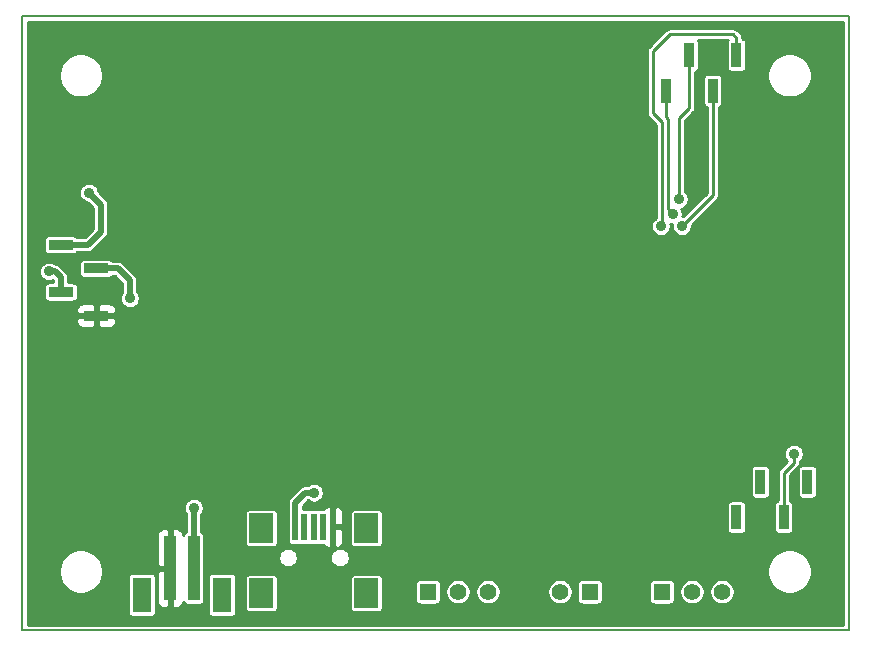
<source format=gtl>
G04 #@! TF.GenerationSoftware,KiCad,Pcbnew,(5.1.5-0-10_14)*
G04 #@! TF.CreationDate,2020-05-24T14:41:35+12:00*
G04 #@! TF.ProjectId,power-board,706f7765-722d-4626-9f61-72642e6b6963,C*
G04 #@! TF.SameCoordinates,Original*
G04 #@! TF.FileFunction,Copper,L1,Top*
G04 #@! TF.FilePolarity,Positive*
%FSLAX46Y46*%
G04 Gerber Fmt 4.6, Leading zero omitted, Abs format (unit mm)*
G04 Created by KiCad (PCBNEW (5.1.5-0-10_14)) date 2020-05-24 14:41:35*
%MOMM*%
%LPD*%
G04 APERTURE LIST*
%ADD10C,0.200000*%
%ADD11R,2.100000X0.850000*%
%ADD12R,1.998980X2.499360*%
%ADD13R,0.500380X2.301240*%
%ADD14R,0.850000X2.100000*%
%ADD15C,1.397000*%
%ADD16R,1.397000X1.397000*%
%ADD17R,1.600000X3.000000*%
%ADD18R,1.000000X5.500000*%
%ADD19C,0.900000*%
%ADD20C,0.254000*%
%ADD21C,0.508000*%
G04 APERTURE END LIST*
D10*
X111800000Y-94400000D02*
X111800000Y-42400000D01*
X41800000Y-42400000D02*
X41800000Y-94400000D01*
X111800000Y-42400000D02*
X41800000Y-42400000D01*
X41800000Y-94400000D02*
X111800000Y-94400000D01*
D11*
X48090000Y-67750000D03*
X45090000Y-65750000D03*
X48090000Y-63750000D03*
X45090000Y-61750000D03*
D12*
X70974080Y-91242840D03*
X70974080Y-85743740D03*
X62073920Y-91242840D03*
X62073920Y-85743740D03*
D13*
X68124200Y-85644680D03*
X67324100Y-85644680D03*
X66524000Y-85644680D03*
X65723900Y-85644680D03*
X64923800Y-85644680D03*
D14*
X102300000Y-45690000D03*
X100300000Y-48690000D03*
X98300000Y-45690000D03*
X96300000Y-48690000D03*
X108300000Y-81810000D03*
X106300000Y-84810000D03*
X104300000Y-81810000D03*
X102300000Y-84810000D03*
D15*
X81256000Y-91126000D03*
X78716000Y-91126000D03*
D16*
X76176000Y-91126000D03*
D15*
X101068000Y-91126000D03*
X98528000Y-91126000D03*
D16*
X95988000Y-91126000D03*
D17*
X51948000Y-91388000D03*
X58748000Y-91388000D03*
D18*
X56348000Y-89138000D03*
X54348000Y-89138000D03*
D15*
X87352000Y-91126000D03*
D16*
X89892000Y-91126000D03*
D19*
X107164000Y-79442000D03*
X97426000Y-57894000D03*
X96918000Y-59164000D03*
X95902000Y-60180000D03*
X97680000Y-60180000D03*
X71832000Y-75290000D03*
X63200000Y-61824000D03*
X59600000Y-59624000D03*
X83710000Y-71102000D03*
X66800000Y-75200000D03*
X76684000Y-74108000D03*
X80240000Y-74108000D03*
X83288000Y-64202000D03*
X85828000Y-74108000D03*
X60428000Y-73092000D03*
X108434000Y-66742000D03*
X108688000Y-73854000D03*
X88114000Y-56328000D03*
X88600000Y-53400000D03*
X63200000Y-64224000D03*
X47474000Y-57344000D03*
X50944000Y-66292000D03*
X44086000Y-64006000D03*
X66524000Y-82744000D03*
X56364000Y-84014000D03*
D20*
X107164000Y-80204000D02*
X106300000Y-81068000D01*
X106300000Y-81068000D02*
X106300000Y-84810000D01*
X107164000Y-80204000D02*
X107164000Y-79442000D01*
X97426000Y-57894000D02*
X97426000Y-51036000D01*
X97426000Y-51036000D02*
X98300000Y-50162000D01*
X98300000Y-50162000D02*
X98300000Y-45690000D01*
X96300000Y-50926000D02*
X96493462Y-51119462D01*
X96300000Y-50926000D02*
X96300000Y-48690000D01*
X96918000Y-59164000D02*
X96493462Y-58739462D01*
X96493462Y-58739462D02*
X96493462Y-51119462D01*
X102300000Y-45690000D02*
X102300000Y-44226000D01*
X96664000Y-43924000D02*
X95226000Y-45362000D01*
X101998000Y-43924000D02*
X96664000Y-43924000D01*
X102300000Y-44226000D02*
X101998000Y-43924000D01*
X95988000Y-60094000D02*
X95988000Y-51376000D01*
X95226000Y-50614000D02*
X95226000Y-45362000D01*
X95226000Y-50614000D02*
X95988000Y-51376000D01*
X95902000Y-60180000D02*
X95988000Y-60094000D01*
X100300000Y-48690000D02*
X100300000Y-57560000D01*
X100300000Y-57560000D02*
X97680000Y-60180000D01*
X76684000Y-74108000D02*
X76742000Y-74166000D01*
X80240000Y-74108000D02*
X80182000Y-74166000D01*
X85828000Y-74108000D02*
X85770000Y-74166000D01*
D21*
X108348000Y-66656000D02*
X108434000Y-66742000D01*
X108434000Y-66742000D02*
X108688000Y-66996000D01*
X48490000Y-60646000D02*
X48490000Y-58360000D01*
X48490000Y-60646000D02*
X47386000Y-61750000D01*
X47386000Y-61750000D02*
X45090000Y-61750000D01*
X48490000Y-58360000D02*
X47474000Y-57344000D01*
X48092000Y-63752000D02*
X49928000Y-63752000D01*
X48090000Y-63750000D02*
X48092000Y-63752000D01*
X49928000Y-63752000D02*
X50944000Y-64768000D01*
X50944000Y-64768000D02*
X50944000Y-66292000D01*
X45090000Y-65750000D02*
X45102000Y-65738000D01*
X44594000Y-64006000D02*
X44086000Y-64006000D01*
X45102000Y-64514000D02*
X44594000Y-64006000D01*
X45102000Y-65738000D02*
X45102000Y-64514000D01*
X65762000Y-82744000D02*
X64923800Y-83582200D01*
X64923800Y-85644680D02*
X64923800Y-83582200D01*
X66524000Y-82744000D02*
X65762000Y-82744000D01*
X56364000Y-84014000D02*
X56364000Y-89122000D01*
X56348000Y-89138000D02*
X56364000Y-89122000D01*
D20*
G36*
X111319000Y-93919000D02*
G01*
X42281000Y-93919000D01*
X42281000Y-89214738D01*
X44919000Y-89214738D01*
X44919000Y-89585262D01*
X44991286Y-89948667D01*
X45133080Y-90290987D01*
X45338932Y-90599067D01*
X45600933Y-90861068D01*
X45909013Y-91066920D01*
X46251333Y-91208714D01*
X46614738Y-91281000D01*
X46985262Y-91281000D01*
X47348667Y-91208714D01*
X47690987Y-91066920D01*
X47999067Y-90861068D01*
X48261068Y-90599067D01*
X48466920Y-90290987D01*
X48608714Y-89948667D01*
X48620781Y-89888000D01*
X50765157Y-89888000D01*
X50765157Y-92888000D01*
X50772513Y-92962689D01*
X50794299Y-93034508D01*
X50829678Y-93100696D01*
X50877289Y-93158711D01*
X50935304Y-93206322D01*
X51001492Y-93241701D01*
X51073311Y-93263487D01*
X51148000Y-93270843D01*
X52748000Y-93270843D01*
X52822689Y-93263487D01*
X52894508Y-93241701D01*
X52960696Y-93206322D01*
X53018711Y-93158711D01*
X53066322Y-93100696D01*
X53101701Y-93034508D01*
X53123487Y-92962689D01*
X53130843Y-92888000D01*
X53130843Y-91888000D01*
X53209928Y-91888000D01*
X53222188Y-92012482D01*
X53258498Y-92132180D01*
X53317463Y-92242494D01*
X53396815Y-92339185D01*
X53493506Y-92418537D01*
X53603820Y-92477502D01*
X53723518Y-92513812D01*
X53848000Y-92526072D01*
X54062250Y-92523000D01*
X54221000Y-92364250D01*
X54221000Y-89265000D01*
X53371750Y-89265000D01*
X53213000Y-89423750D01*
X53209928Y-91888000D01*
X53130843Y-91888000D01*
X53130843Y-89888000D01*
X53123487Y-89813311D01*
X53101701Y-89741492D01*
X53066322Y-89675304D01*
X53018711Y-89617289D01*
X52960696Y-89569678D01*
X52894508Y-89534299D01*
X52822689Y-89512513D01*
X52748000Y-89505157D01*
X51148000Y-89505157D01*
X51073311Y-89512513D01*
X51001492Y-89534299D01*
X50935304Y-89569678D01*
X50877289Y-89617289D01*
X50829678Y-89675304D01*
X50794299Y-89741492D01*
X50772513Y-89813311D01*
X50765157Y-89888000D01*
X48620781Y-89888000D01*
X48681000Y-89585262D01*
X48681000Y-89214738D01*
X48608714Y-88851333D01*
X48466920Y-88509013D01*
X48261068Y-88200933D01*
X47999067Y-87938932D01*
X47690987Y-87733080D01*
X47348667Y-87591286D01*
X46985262Y-87519000D01*
X46614738Y-87519000D01*
X46251333Y-87591286D01*
X45909013Y-87733080D01*
X45600933Y-87938932D01*
X45338932Y-88200933D01*
X45133080Y-88509013D01*
X44991286Y-88851333D01*
X44919000Y-89214738D01*
X42281000Y-89214738D01*
X42281000Y-86388000D01*
X53209928Y-86388000D01*
X53213000Y-88852250D01*
X53371750Y-89011000D01*
X54221000Y-89011000D01*
X54221000Y-85911750D01*
X54475000Y-85911750D01*
X54475000Y-89011000D01*
X54495000Y-89011000D01*
X54495000Y-89265000D01*
X54475000Y-89265000D01*
X54475000Y-92364250D01*
X54633750Y-92523000D01*
X54848000Y-92526072D01*
X54972482Y-92513812D01*
X55092180Y-92477502D01*
X55202494Y-92418537D01*
X55299185Y-92339185D01*
X55378537Y-92242494D01*
X55437502Y-92132180D01*
X55473812Y-92012482D01*
X55477196Y-91978126D01*
X55494299Y-92034508D01*
X55529678Y-92100696D01*
X55577289Y-92158711D01*
X55635304Y-92206322D01*
X55701492Y-92241701D01*
X55773311Y-92263487D01*
X55848000Y-92270843D01*
X56848000Y-92270843D01*
X56922689Y-92263487D01*
X56994508Y-92241701D01*
X57060696Y-92206322D01*
X57118711Y-92158711D01*
X57166322Y-92100696D01*
X57201701Y-92034508D01*
X57223487Y-91962689D01*
X57230843Y-91888000D01*
X57230843Y-89888000D01*
X57565157Y-89888000D01*
X57565157Y-92888000D01*
X57572513Y-92962689D01*
X57594299Y-93034508D01*
X57629678Y-93100696D01*
X57677289Y-93158711D01*
X57735304Y-93206322D01*
X57801492Y-93241701D01*
X57873311Y-93263487D01*
X57948000Y-93270843D01*
X59548000Y-93270843D01*
X59622689Y-93263487D01*
X59694508Y-93241701D01*
X59760696Y-93206322D01*
X59818711Y-93158711D01*
X59866322Y-93100696D01*
X59901701Y-93034508D01*
X59923487Y-92962689D01*
X59930843Y-92888000D01*
X59930843Y-89993160D01*
X60691587Y-89993160D01*
X60691587Y-92492520D01*
X60698943Y-92567209D01*
X60720729Y-92639028D01*
X60756108Y-92705216D01*
X60803719Y-92763231D01*
X60861734Y-92810842D01*
X60927922Y-92846221D01*
X60999741Y-92868007D01*
X61074430Y-92875363D01*
X63073410Y-92875363D01*
X63148099Y-92868007D01*
X63219918Y-92846221D01*
X63286106Y-92810842D01*
X63344121Y-92763231D01*
X63391732Y-92705216D01*
X63427111Y-92639028D01*
X63448897Y-92567209D01*
X63456253Y-92492520D01*
X63456253Y-89993160D01*
X69591747Y-89993160D01*
X69591747Y-92492520D01*
X69599103Y-92567209D01*
X69620889Y-92639028D01*
X69656268Y-92705216D01*
X69703879Y-92763231D01*
X69761894Y-92810842D01*
X69828082Y-92846221D01*
X69899901Y-92868007D01*
X69974590Y-92875363D01*
X71973570Y-92875363D01*
X72048259Y-92868007D01*
X72120078Y-92846221D01*
X72186266Y-92810842D01*
X72244281Y-92763231D01*
X72291892Y-92705216D01*
X72327271Y-92639028D01*
X72349057Y-92567209D01*
X72356413Y-92492520D01*
X72356413Y-90427500D01*
X75094657Y-90427500D01*
X75094657Y-91824500D01*
X75102013Y-91899189D01*
X75123799Y-91971008D01*
X75159178Y-92037196D01*
X75206789Y-92095211D01*
X75264804Y-92142822D01*
X75330992Y-92178201D01*
X75402811Y-92199987D01*
X75477500Y-92207343D01*
X76874500Y-92207343D01*
X76949189Y-92199987D01*
X77021008Y-92178201D01*
X77087196Y-92142822D01*
X77145211Y-92095211D01*
X77192822Y-92037196D01*
X77228201Y-91971008D01*
X77249987Y-91899189D01*
X77257343Y-91824500D01*
X77257343Y-91019679D01*
X77636500Y-91019679D01*
X77636500Y-91232321D01*
X77677985Y-91440878D01*
X77759360Y-91637335D01*
X77877498Y-91814141D01*
X78027859Y-91964502D01*
X78204665Y-92082640D01*
X78401122Y-92164015D01*
X78609679Y-92205500D01*
X78822321Y-92205500D01*
X79030878Y-92164015D01*
X79227335Y-92082640D01*
X79404141Y-91964502D01*
X79554502Y-91814141D01*
X79672640Y-91637335D01*
X79754015Y-91440878D01*
X79795500Y-91232321D01*
X79795500Y-91019679D01*
X80176500Y-91019679D01*
X80176500Y-91232321D01*
X80217985Y-91440878D01*
X80299360Y-91637335D01*
X80417498Y-91814141D01*
X80567859Y-91964502D01*
X80744665Y-92082640D01*
X80941122Y-92164015D01*
X81149679Y-92205500D01*
X81362321Y-92205500D01*
X81570878Y-92164015D01*
X81767335Y-92082640D01*
X81944141Y-91964502D01*
X82094502Y-91814141D01*
X82212640Y-91637335D01*
X82294015Y-91440878D01*
X82335500Y-91232321D01*
X82335500Y-91019679D01*
X86272500Y-91019679D01*
X86272500Y-91232321D01*
X86313985Y-91440878D01*
X86395360Y-91637335D01*
X86513498Y-91814141D01*
X86663859Y-91964502D01*
X86840665Y-92082640D01*
X87037122Y-92164015D01*
X87245679Y-92205500D01*
X87458321Y-92205500D01*
X87666878Y-92164015D01*
X87863335Y-92082640D01*
X88040141Y-91964502D01*
X88190502Y-91814141D01*
X88308640Y-91637335D01*
X88390015Y-91440878D01*
X88431500Y-91232321D01*
X88431500Y-91019679D01*
X88390015Y-90811122D01*
X88308640Y-90614665D01*
X88190502Y-90437859D01*
X88180143Y-90427500D01*
X88810657Y-90427500D01*
X88810657Y-91824500D01*
X88818013Y-91899189D01*
X88839799Y-91971008D01*
X88875178Y-92037196D01*
X88922789Y-92095211D01*
X88980804Y-92142822D01*
X89046992Y-92178201D01*
X89118811Y-92199987D01*
X89193500Y-92207343D01*
X90590500Y-92207343D01*
X90665189Y-92199987D01*
X90737008Y-92178201D01*
X90803196Y-92142822D01*
X90861211Y-92095211D01*
X90908822Y-92037196D01*
X90944201Y-91971008D01*
X90965987Y-91899189D01*
X90973343Y-91824500D01*
X90973343Y-90427500D01*
X94906657Y-90427500D01*
X94906657Y-91824500D01*
X94914013Y-91899189D01*
X94935799Y-91971008D01*
X94971178Y-92037196D01*
X95018789Y-92095211D01*
X95076804Y-92142822D01*
X95142992Y-92178201D01*
X95214811Y-92199987D01*
X95289500Y-92207343D01*
X96686500Y-92207343D01*
X96761189Y-92199987D01*
X96833008Y-92178201D01*
X96899196Y-92142822D01*
X96957211Y-92095211D01*
X97004822Y-92037196D01*
X97040201Y-91971008D01*
X97061987Y-91899189D01*
X97069343Y-91824500D01*
X97069343Y-91019679D01*
X97448500Y-91019679D01*
X97448500Y-91232321D01*
X97489985Y-91440878D01*
X97571360Y-91637335D01*
X97689498Y-91814141D01*
X97839859Y-91964502D01*
X98016665Y-92082640D01*
X98213122Y-92164015D01*
X98421679Y-92205500D01*
X98634321Y-92205500D01*
X98842878Y-92164015D01*
X99039335Y-92082640D01*
X99216141Y-91964502D01*
X99366502Y-91814141D01*
X99484640Y-91637335D01*
X99566015Y-91440878D01*
X99607500Y-91232321D01*
X99607500Y-91019679D01*
X99988500Y-91019679D01*
X99988500Y-91232321D01*
X100029985Y-91440878D01*
X100111360Y-91637335D01*
X100229498Y-91814141D01*
X100379859Y-91964502D01*
X100556665Y-92082640D01*
X100753122Y-92164015D01*
X100961679Y-92205500D01*
X101174321Y-92205500D01*
X101382878Y-92164015D01*
X101579335Y-92082640D01*
X101756141Y-91964502D01*
X101906502Y-91814141D01*
X102024640Y-91637335D01*
X102106015Y-91440878D01*
X102147500Y-91232321D01*
X102147500Y-91019679D01*
X102106015Y-90811122D01*
X102024640Y-90614665D01*
X101906502Y-90437859D01*
X101756141Y-90287498D01*
X101579335Y-90169360D01*
X101382878Y-90087985D01*
X101174321Y-90046500D01*
X100961679Y-90046500D01*
X100753122Y-90087985D01*
X100556665Y-90169360D01*
X100379859Y-90287498D01*
X100229498Y-90437859D01*
X100111360Y-90614665D01*
X100029985Y-90811122D01*
X99988500Y-91019679D01*
X99607500Y-91019679D01*
X99566015Y-90811122D01*
X99484640Y-90614665D01*
X99366502Y-90437859D01*
X99216141Y-90287498D01*
X99039335Y-90169360D01*
X98842878Y-90087985D01*
X98634321Y-90046500D01*
X98421679Y-90046500D01*
X98213122Y-90087985D01*
X98016665Y-90169360D01*
X97839859Y-90287498D01*
X97689498Y-90437859D01*
X97571360Y-90614665D01*
X97489985Y-90811122D01*
X97448500Y-91019679D01*
X97069343Y-91019679D01*
X97069343Y-90427500D01*
X97061987Y-90352811D01*
X97040201Y-90280992D01*
X97004822Y-90214804D01*
X96957211Y-90156789D01*
X96899196Y-90109178D01*
X96833008Y-90073799D01*
X96761189Y-90052013D01*
X96686500Y-90044657D01*
X95289500Y-90044657D01*
X95214811Y-90052013D01*
X95142992Y-90073799D01*
X95076804Y-90109178D01*
X95018789Y-90156789D01*
X94971178Y-90214804D01*
X94935799Y-90280992D01*
X94914013Y-90352811D01*
X94906657Y-90427500D01*
X90973343Y-90427500D01*
X90965987Y-90352811D01*
X90944201Y-90280992D01*
X90908822Y-90214804D01*
X90861211Y-90156789D01*
X90803196Y-90109178D01*
X90737008Y-90073799D01*
X90665189Y-90052013D01*
X90590500Y-90044657D01*
X89193500Y-90044657D01*
X89118811Y-90052013D01*
X89046992Y-90073799D01*
X88980804Y-90109178D01*
X88922789Y-90156789D01*
X88875178Y-90214804D01*
X88839799Y-90280992D01*
X88818013Y-90352811D01*
X88810657Y-90427500D01*
X88180143Y-90427500D01*
X88040141Y-90287498D01*
X87863335Y-90169360D01*
X87666878Y-90087985D01*
X87458321Y-90046500D01*
X87245679Y-90046500D01*
X87037122Y-90087985D01*
X86840665Y-90169360D01*
X86663859Y-90287498D01*
X86513498Y-90437859D01*
X86395360Y-90614665D01*
X86313985Y-90811122D01*
X86272500Y-91019679D01*
X82335500Y-91019679D01*
X82294015Y-90811122D01*
X82212640Y-90614665D01*
X82094502Y-90437859D01*
X81944141Y-90287498D01*
X81767335Y-90169360D01*
X81570878Y-90087985D01*
X81362321Y-90046500D01*
X81149679Y-90046500D01*
X80941122Y-90087985D01*
X80744665Y-90169360D01*
X80567859Y-90287498D01*
X80417498Y-90437859D01*
X80299360Y-90614665D01*
X80217985Y-90811122D01*
X80176500Y-91019679D01*
X79795500Y-91019679D01*
X79754015Y-90811122D01*
X79672640Y-90614665D01*
X79554502Y-90437859D01*
X79404141Y-90287498D01*
X79227335Y-90169360D01*
X79030878Y-90087985D01*
X78822321Y-90046500D01*
X78609679Y-90046500D01*
X78401122Y-90087985D01*
X78204665Y-90169360D01*
X78027859Y-90287498D01*
X77877498Y-90437859D01*
X77759360Y-90614665D01*
X77677985Y-90811122D01*
X77636500Y-91019679D01*
X77257343Y-91019679D01*
X77257343Y-90427500D01*
X77249987Y-90352811D01*
X77228201Y-90280992D01*
X77192822Y-90214804D01*
X77145211Y-90156789D01*
X77087196Y-90109178D01*
X77021008Y-90073799D01*
X76949189Y-90052013D01*
X76874500Y-90044657D01*
X75477500Y-90044657D01*
X75402811Y-90052013D01*
X75330992Y-90073799D01*
X75264804Y-90109178D01*
X75206789Y-90156789D01*
X75159178Y-90214804D01*
X75123799Y-90280992D01*
X75102013Y-90352811D01*
X75094657Y-90427500D01*
X72356413Y-90427500D01*
X72356413Y-89993160D01*
X72349057Y-89918471D01*
X72327271Y-89846652D01*
X72291892Y-89780464D01*
X72244281Y-89722449D01*
X72186266Y-89674838D01*
X72120078Y-89639459D01*
X72048259Y-89617673D01*
X71973570Y-89610317D01*
X69974590Y-89610317D01*
X69899901Y-89617673D01*
X69828082Y-89639459D01*
X69761894Y-89674838D01*
X69703879Y-89722449D01*
X69656268Y-89780464D01*
X69620889Y-89846652D01*
X69599103Y-89918471D01*
X69591747Y-89993160D01*
X63456253Y-89993160D01*
X63448897Y-89918471D01*
X63427111Y-89846652D01*
X63391732Y-89780464D01*
X63344121Y-89722449D01*
X63286106Y-89674838D01*
X63219918Y-89639459D01*
X63148099Y-89617673D01*
X63073410Y-89610317D01*
X61074430Y-89610317D01*
X60999741Y-89617673D01*
X60927922Y-89639459D01*
X60861734Y-89674838D01*
X60803719Y-89722449D01*
X60756108Y-89780464D01*
X60720729Y-89846652D01*
X60698943Y-89918471D01*
X60691587Y-89993160D01*
X59930843Y-89993160D01*
X59930843Y-89888000D01*
X59923487Y-89813311D01*
X59901701Y-89741492D01*
X59866322Y-89675304D01*
X59818711Y-89617289D01*
X59760696Y-89569678D01*
X59694508Y-89534299D01*
X59622689Y-89512513D01*
X59548000Y-89505157D01*
X57948000Y-89505157D01*
X57873311Y-89512513D01*
X57801492Y-89534299D01*
X57735304Y-89569678D01*
X57677289Y-89617289D01*
X57629678Y-89675304D01*
X57594299Y-89741492D01*
X57572513Y-89813311D01*
X57565157Y-89888000D01*
X57230843Y-89888000D01*
X57230843Y-89214738D01*
X104919000Y-89214738D01*
X104919000Y-89585262D01*
X104991286Y-89948667D01*
X105133080Y-90290987D01*
X105338932Y-90599067D01*
X105600933Y-90861068D01*
X105909013Y-91066920D01*
X106251333Y-91208714D01*
X106614738Y-91281000D01*
X106985262Y-91281000D01*
X107348667Y-91208714D01*
X107690987Y-91066920D01*
X107999067Y-90861068D01*
X108261068Y-90599067D01*
X108466920Y-90290987D01*
X108608714Y-89948667D01*
X108681000Y-89585262D01*
X108681000Y-89214738D01*
X108608714Y-88851333D01*
X108466920Y-88509013D01*
X108261068Y-88200933D01*
X107999067Y-87938932D01*
X107690987Y-87733080D01*
X107348667Y-87591286D01*
X106985262Y-87519000D01*
X106614738Y-87519000D01*
X106251333Y-87591286D01*
X105909013Y-87733080D01*
X105600933Y-87938932D01*
X105338932Y-88200933D01*
X105133080Y-88509013D01*
X104991286Y-88851333D01*
X104919000Y-89214738D01*
X57230843Y-89214738D01*
X57230843Y-88161295D01*
X63493780Y-88161295D01*
X63493780Y-88324905D01*
X63525699Y-88485371D01*
X63588309Y-88636527D01*
X63679206Y-88772564D01*
X63794896Y-88888254D01*
X63930933Y-88979151D01*
X64082089Y-89041761D01*
X64242555Y-89073680D01*
X64406165Y-89073680D01*
X64566631Y-89041761D01*
X64717787Y-88979151D01*
X64853824Y-88888254D01*
X64969514Y-88772564D01*
X65060411Y-88636527D01*
X65123021Y-88485371D01*
X65154940Y-88324905D01*
X65154940Y-88161295D01*
X67893060Y-88161295D01*
X67893060Y-88324905D01*
X67924979Y-88485371D01*
X67987589Y-88636527D01*
X68078486Y-88772564D01*
X68194176Y-88888254D01*
X68330213Y-88979151D01*
X68481369Y-89041761D01*
X68641835Y-89073680D01*
X68805445Y-89073680D01*
X68965911Y-89041761D01*
X69117067Y-88979151D01*
X69253104Y-88888254D01*
X69368794Y-88772564D01*
X69459691Y-88636527D01*
X69522301Y-88485371D01*
X69554220Y-88324905D01*
X69554220Y-88161295D01*
X69522301Y-88000829D01*
X69459691Y-87849673D01*
X69368794Y-87713636D01*
X69253104Y-87597946D01*
X69117067Y-87507049D01*
X68965911Y-87444439D01*
X68805445Y-87412520D01*
X68641835Y-87412520D01*
X68481369Y-87444439D01*
X68330213Y-87507049D01*
X68194176Y-87597946D01*
X68078486Y-87713636D01*
X67987589Y-87849673D01*
X67924979Y-88000829D01*
X67893060Y-88161295D01*
X65154940Y-88161295D01*
X65123021Y-88000829D01*
X65060411Y-87849673D01*
X64969514Y-87713636D01*
X64853824Y-87597946D01*
X64717787Y-87507049D01*
X64566631Y-87444439D01*
X64406165Y-87412520D01*
X64242555Y-87412520D01*
X64082089Y-87444439D01*
X63930933Y-87507049D01*
X63794896Y-87597946D01*
X63679206Y-87713636D01*
X63588309Y-87849673D01*
X63525699Y-88000829D01*
X63493780Y-88161295D01*
X57230843Y-88161295D01*
X57230843Y-86388000D01*
X57223487Y-86313311D01*
X57201701Y-86241492D01*
X57166322Y-86175304D01*
X57118711Y-86117289D01*
X57060696Y-86069678D01*
X56999000Y-86036700D01*
X56999000Y-84554212D01*
X57009480Y-84543732D01*
X57042669Y-84494060D01*
X60691587Y-84494060D01*
X60691587Y-86993420D01*
X60698943Y-87068109D01*
X60720729Y-87139928D01*
X60756108Y-87206116D01*
X60803719Y-87264131D01*
X60861734Y-87311742D01*
X60927922Y-87347121D01*
X60999741Y-87368907D01*
X61074430Y-87376263D01*
X63073410Y-87376263D01*
X63148099Y-87368907D01*
X63219918Y-87347121D01*
X63286106Y-87311742D01*
X63344121Y-87264131D01*
X63391732Y-87206116D01*
X63427111Y-87139928D01*
X63448897Y-87068109D01*
X63456253Y-86993420D01*
X63456253Y-84494060D01*
X63448897Y-84419371D01*
X63427111Y-84347552D01*
X63391732Y-84281364D01*
X63344121Y-84223349D01*
X63286106Y-84175738D01*
X63219918Y-84140359D01*
X63148099Y-84118573D01*
X63073410Y-84111217D01*
X61074430Y-84111217D01*
X60999741Y-84118573D01*
X60927922Y-84140359D01*
X60861734Y-84175738D01*
X60803719Y-84223349D01*
X60756108Y-84281364D01*
X60720729Y-84347552D01*
X60698943Y-84419371D01*
X60691587Y-84494060D01*
X57042669Y-84494060D01*
X57100423Y-84407626D01*
X57163065Y-84256394D01*
X57195000Y-84095846D01*
X57195000Y-83932154D01*
X57163065Y-83771606D01*
X57100423Y-83620374D01*
X57074916Y-83582200D01*
X64285729Y-83582200D01*
X64288801Y-83613391D01*
X64288800Y-85675871D01*
X64290767Y-85695843D01*
X64290767Y-86795300D01*
X64298123Y-86869989D01*
X64319909Y-86941808D01*
X64355288Y-87007996D01*
X64402899Y-87066011D01*
X64460914Y-87113622D01*
X64527102Y-87149001D01*
X64598921Y-87170787D01*
X64673610Y-87178143D01*
X65173990Y-87178143D01*
X65248679Y-87170787D01*
X65320498Y-87149001D01*
X65323850Y-87147209D01*
X65327202Y-87149001D01*
X65399021Y-87170787D01*
X65473710Y-87178143D01*
X65974090Y-87178143D01*
X66048779Y-87170787D01*
X66120598Y-87149001D01*
X66123950Y-87147209D01*
X66127302Y-87149001D01*
X66199121Y-87170787D01*
X66273810Y-87178143D01*
X66774190Y-87178143D01*
X66848879Y-87170787D01*
X66920698Y-87149001D01*
X66924050Y-87147209D01*
X66927402Y-87149001D01*
X66999221Y-87170787D01*
X67073910Y-87178143D01*
X67367049Y-87178143D01*
X67417973Y-87241580D01*
X67513800Y-87321973D01*
X67623471Y-87382127D01*
X67742769Y-87419729D01*
X67842260Y-87430300D01*
X68001010Y-87271550D01*
X68001010Y-85771680D01*
X68247390Y-85771680D01*
X68247390Y-87271550D01*
X68406140Y-87430300D01*
X68505631Y-87419729D01*
X68624929Y-87382127D01*
X68734600Y-87321973D01*
X68830427Y-87241580D01*
X68908729Y-87144037D01*
X68966497Y-87033091D01*
X69001511Y-86913008D01*
X69012425Y-86788401D01*
X69009390Y-85930430D01*
X68850640Y-85771680D01*
X68247390Y-85771680D01*
X68001010Y-85771680D01*
X67977200Y-85771680D01*
X67977200Y-85517680D01*
X68001010Y-85517680D01*
X68001010Y-84017810D01*
X68247390Y-84017810D01*
X68247390Y-85517680D01*
X68850640Y-85517680D01*
X69009390Y-85358930D01*
X69012425Y-84500959D01*
X69011821Y-84494060D01*
X69591747Y-84494060D01*
X69591747Y-86993420D01*
X69599103Y-87068109D01*
X69620889Y-87139928D01*
X69656268Y-87206116D01*
X69703879Y-87264131D01*
X69761894Y-87311742D01*
X69828082Y-87347121D01*
X69899901Y-87368907D01*
X69974590Y-87376263D01*
X71973570Y-87376263D01*
X72048259Y-87368907D01*
X72120078Y-87347121D01*
X72186266Y-87311742D01*
X72244281Y-87264131D01*
X72291892Y-87206116D01*
X72327271Y-87139928D01*
X72349057Y-87068109D01*
X72356413Y-86993420D01*
X72356413Y-84494060D01*
X72349057Y-84419371D01*
X72327271Y-84347552D01*
X72291892Y-84281364D01*
X72244281Y-84223349D01*
X72186266Y-84175738D01*
X72120078Y-84140359D01*
X72048259Y-84118573D01*
X71973570Y-84111217D01*
X69974590Y-84111217D01*
X69899901Y-84118573D01*
X69828082Y-84140359D01*
X69761894Y-84175738D01*
X69703879Y-84223349D01*
X69656268Y-84281364D01*
X69620889Y-84347552D01*
X69599103Y-84419371D01*
X69591747Y-84494060D01*
X69011821Y-84494060D01*
X69001511Y-84376352D01*
X68966497Y-84256269D01*
X68908729Y-84145323D01*
X68830427Y-84047780D01*
X68734600Y-83967387D01*
X68624929Y-83907233D01*
X68505631Y-83869631D01*
X68406140Y-83859060D01*
X68247390Y-84017810D01*
X68001010Y-84017810D01*
X67842260Y-83859060D01*
X67742769Y-83869631D01*
X67623471Y-83907233D01*
X67513800Y-83967387D01*
X67417973Y-84047780D01*
X67367049Y-84111217D01*
X67073910Y-84111217D01*
X66999221Y-84118573D01*
X66927402Y-84140359D01*
X66924050Y-84142151D01*
X66920698Y-84140359D01*
X66848879Y-84118573D01*
X66774190Y-84111217D01*
X66273810Y-84111217D01*
X66199121Y-84118573D01*
X66127302Y-84140359D01*
X66123950Y-84142151D01*
X66120598Y-84140359D01*
X66048779Y-84118573D01*
X65974090Y-84111217D01*
X65558800Y-84111217D01*
X65558800Y-83845224D01*
X65644024Y-83760000D01*
X101492157Y-83760000D01*
X101492157Y-85860000D01*
X101499513Y-85934689D01*
X101521299Y-86006508D01*
X101556678Y-86072696D01*
X101604289Y-86130711D01*
X101662304Y-86178322D01*
X101728492Y-86213701D01*
X101800311Y-86235487D01*
X101875000Y-86242843D01*
X102725000Y-86242843D01*
X102799689Y-86235487D01*
X102871508Y-86213701D01*
X102937696Y-86178322D01*
X102995711Y-86130711D01*
X103043322Y-86072696D01*
X103078701Y-86006508D01*
X103100487Y-85934689D01*
X103107843Y-85860000D01*
X103107843Y-83760000D01*
X105492157Y-83760000D01*
X105492157Y-85860000D01*
X105499513Y-85934689D01*
X105521299Y-86006508D01*
X105556678Y-86072696D01*
X105604289Y-86130711D01*
X105662304Y-86178322D01*
X105728492Y-86213701D01*
X105800311Y-86235487D01*
X105875000Y-86242843D01*
X106725000Y-86242843D01*
X106799689Y-86235487D01*
X106871508Y-86213701D01*
X106937696Y-86178322D01*
X106995711Y-86130711D01*
X107043322Y-86072696D01*
X107078701Y-86006508D01*
X107100487Y-85934689D01*
X107107843Y-85860000D01*
X107107843Y-83760000D01*
X107100487Y-83685311D01*
X107078701Y-83613492D01*
X107043322Y-83547304D01*
X106995711Y-83489289D01*
X106937696Y-83441678D01*
X106871508Y-83406299D01*
X106808000Y-83387034D01*
X106808000Y-81278420D01*
X107326420Y-80760000D01*
X107492157Y-80760000D01*
X107492157Y-82860000D01*
X107499513Y-82934689D01*
X107521299Y-83006508D01*
X107556678Y-83072696D01*
X107604289Y-83130711D01*
X107662304Y-83178322D01*
X107728492Y-83213701D01*
X107800311Y-83235487D01*
X107875000Y-83242843D01*
X108725000Y-83242843D01*
X108799689Y-83235487D01*
X108871508Y-83213701D01*
X108937696Y-83178322D01*
X108995711Y-83130711D01*
X109043322Y-83072696D01*
X109078701Y-83006508D01*
X109100487Y-82934689D01*
X109107843Y-82860000D01*
X109107843Y-80760000D01*
X109100487Y-80685311D01*
X109078701Y-80613492D01*
X109043322Y-80547304D01*
X108995711Y-80489289D01*
X108937696Y-80441678D01*
X108871508Y-80406299D01*
X108799689Y-80384513D01*
X108725000Y-80377157D01*
X107875000Y-80377157D01*
X107800311Y-80384513D01*
X107728492Y-80406299D01*
X107662304Y-80441678D01*
X107604289Y-80489289D01*
X107556678Y-80547304D01*
X107521299Y-80613492D01*
X107499513Y-80685311D01*
X107492157Y-80760000D01*
X107326420Y-80760000D01*
X107505565Y-80580855D01*
X107524948Y-80564948D01*
X107588429Y-80487595D01*
X107635601Y-80399343D01*
X107664649Y-80303585D01*
X107672000Y-80228947D01*
X107672000Y-80228944D01*
X107674457Y-80204000D01*
X107672000Y-80179056D01*
X107672000Y-80102001D01*
X107693732Y-80087480D01*
X107809480Y-79971732D01*
X107900423Y-79835626D01*
X107963065Y-79684394D01*
X107995000Y-79523846D01*
X107995000Y-79360154D01*
X107963065Y-79199606D01*
X107900423Y-79048374D01*
X107809480Y-78912268D01*
X107693732Y-78796520D01*
X107557626Y-78705577D01*
X107406394Y-78642935D01*
X107245846Y-78611000D01*
X107082154Y-78611000D01*
X106921606Y-78642935D01*
X106770374Y-78705577D01*
X106634268Y-78796520D01*
X106518520Y-78912268D01*
X106427577Y-79048374D01*
X106364935Y-79199606D01*
X106333000Y-79360154D01*
X106333000Y-79523846D01*
X106364935Y-79684394D01*
X106427577Y-79835626D01*
X106518520Y-79971732D01*
X106598184Y-80051396D01*
X105958435Y-80691145D01*
X105939052Y-80707052D01*
X105875571Y-80784405D01*
X105828399Y-80872658D01*
X105799351Y-80968416D01*
X105792000Y-81043053D01*
X105789543Y-81068000D01*
X105792000Y-81092944D01*
X105792001Y-83387034D01*
X105728492Y-83406299D01*
X105662304Y-83441678D01*
X105604289Y-83489289D01*
X105556678Y-83547304D01*
X105521299Y-83613492D01*
X105499513Y-83685311D01*
X105492157Y-83760000D01*
X103107843Y-83760000D01*
X103100487Y-83685311D01*
X103078701Y-83613492D01*
X103043322Y-83547304D01*
X102995711Y-83489289D01*
X102937696Y-83441678D01*
X102871508Y-83406299D01*
X102799689Y-83384513D01*
X102725000Y-83377157D01*
X101875000Y-83377157D01*
X101800311Y-83384513D01*
X101728492Y-83406299D01*
X101662304Y-83441678D01*
X101604289Y-83489289D01*
X101556678Y-83547304D01*
X101521299Y-83613492D01*
X101499513Y-83685311D01*
X101492157Y-83760000D01*
X65644024Y-83760000D01*
X66006423Y-83397602D01*
X66130374Y-83480423D01*
X66281606Y-83543065D01*
X66442154Y-83575000D01*
X66605846Y-83575000D01*
X66766394Y-83543065D01*
X66917626Y-83480423D01*
X67053732Y-83389480D01*
X67169480Y-83273732D01*
X67260423Y-83137626D01*
X67323065Y-82986394D01*
X67355000Y-82825846D01*
X67355000Y-82662154D01*
X67323065Y-82501606D01*
X67260423Y-82350374D01*
X67169480Y-82214268D01*
X67053732Y-82098520D01*
X66917626Y-82007577D01*
X66766394Y-81944935D01*
X66605846Y-81913000D01*
X66442154Y-81913000D01*
X66281606Y-81944935D01*
X66130374Y-82007577D01*
X65994268Y-82098520D01*
X65983788Y-82109000D01*
X65793189Y-82109000D01*
X65762000Y-82105928D01*
X65730811Y-82109000D01*
X65730808Y-82109000D01*
X65637518Y-82118188D01*
X65517820Y-82154498D01*
X65407506Y-82213462D01*
X65335043Y-82272931D01*
X65335039Y-82272935D01*
X65310815Y-82292815D01*
X65290934Y-82317040D01*
X64496845Y-83111131D01*
X64472616Y-83131015D01*
X64452732Y-83155244D01*
X64393263Y-83227707D01*
X64334298Y-83338021D01*
X64318689Y-83389480D01*
X64297989Y-83457718D01*
X64295374Y-83484268D01*
X64285729Y-83582200D01*
X57074916Y-83582200D01*
X57009480Y-83484268D01*
X56893732Y-83368520D01*
X56757626Y-83277577D01*
X56606394Y-83214935D01*
X56445846Y-83183000D01*
X56282154Y-83183000D01*
X56121606Y-83214935D01*
X55970374Y-83277577D01*
X55834268Y-83368520D01*
X55718520Y-83484268D01*
X55627577Y-83620374D01*
X55564935Y-83771606D01*
X55533000Y-83932154D01*
X55533000Y-84095846D01*
X55564935Y-84256394D01*
X55627577Y-84407626D01*
X55718520Y-84543732D01*
X55729000Y-84554212D01*
X55729000Y-86025954D01*
X55701492Y-86034299D01*
X55635304Y-86069678D01*
X55577289Y-86117289D01*
X55529678Y-86175304D01*
X55494299Y-86241492D01*
X55477196Y-86297874D01*
X55473812Y-86263518D01*
X55437502Y-86143820D01*
X55378537Y-86033506D01*
X55299185Y-85936815D01*
X55202494Y-85857463D01*
X55092180Y-85798498D01*
X54972482Y-85762188D01*
X54848000Y-85749928D01*
X54633750Y-85753000D01*
X54475000Y-85911750D01*
X54221000Y-85911750D01*
X54062250Y-85753000D01*
X53848000Y-85749928D01*
X53723518Y-85762188D01*
X53603820Y-85798498D01*
X53493506Y-85857463D01*
X53396815Y-85936815D01*
X53317463Y-86033506D01*
X53258498Y-86143820D01*
X53222188Y-86263518D01*
X53209928Y-86388000D01*
X42281000Y-86388000D01*
X42281000Y-80760000D01*
X103492157Y-80760000D01*
X103492157Y-82860000D01*
X103499513Y-82934689D01*
X103521299Y-83006508D01*
X103556678Y-83072696D01*
X103604289Y-83130711D01*
X103662304Y-83178322D01*
X103728492Y-83213701D01*
X103800311Y-83235487D01*
X103875000Y-83242843D01*
X104725000Y-83242843D01*
X104799689Y-83235487D01*
X104871508Y-83213701D01*
X104937696Y-83178322D01*
X104995711Y-83130711D01*
X105043322Y-83072696D01*
X105078701Y-83006508D01*
X105100487Y-82934689D01*
X105107843Y-82860000D01*
X105107843Y-80760000D01*
X105100487Y-80685311D01*
X105078701Y-80613492D01*
X105043322Y-80547304D01*
X104995711Y-80489289D01*
X104937696Y-80441678D01*
X104871508Y-80406299D01*
X104799689Y-80384513D01*
X104725000Y-80377157D01*
X103875000Y-80377157D01*
X103800311Y-80384513D01*
X103728492Y-80406299D01*
X103662304Y-80441678D01*
X103604289Y-80489289D01*
X103556678Y-80547304D01*
X103521299Y-80613492D01*
X103499513Y-80685311D01*
X103492157Y-80760000D01*
X42281000Y-80760000D01*
X42281000Y-68175000D01*
X46401928Y-68175000D01*
X46414188Y-68299482D01*
X46450498Y-68419180D01*
X46509463Y-68529494D01*
X46588815Y-68626185D01*
X46685506Y-68705537D01*
X46795820Y-68764502D01*
X46915518Y-68800812D01*
X47040000Y-68813072D01*
X47804250Y-68810000D01*
X47963000Y-68651250D01*
X47963000Y-67877000D01*
X48217000Y-67877000D01*
X48217000Y-68651250D01*
X48375750Y-68810000D01*
X49140000Y-68813072D01*
X49264482Y-68800812D01*
X49384180Y-68764502D01*
X49494494Y-68705537D01*
X49591185Y-68626185D01*
X49670537Y-68529494D01*
X49729502Y-68419180D01*
X49765812Y-68299482D01*
X49778072Y-68175000D01*
X49775000Y-68035750D01*
X49616250Y-67877000D01*
X48217000Y-67877000D01*
X47963000Y-67877000D01*
X46563750Y-67877000D01*
X46405000Y-68035750D01*
X46401928Y-68175000D01*
X42281000Y-68175000D01*
X42281000Y-67325000D01*
X46401928Y-67325000D01*
X46405000Y-67464250D01*
X46563750Y-67623000D01*
X47963000Y-67623000D01*
X47963000Y-66848750D01*
X48217000Y-66848750D01*
X48217000Y-67623000D01*
X49616250Y-67623000D01*
X49775000Y-67464250D01*
X49778072Y-67325000D01*
X49765812Y-67200518D01*
X49729502Y-67080820D01*
X49670537Y-66970506D01*
X49591185Y-66873815D01*
X49494494Y-66794463D01*
X49384180Y-66735498D01*
X49264482Y-66699188D01*
X49140000Y-66686928D01*
X48375750Y-66690000D01*
X48217000Y-66848750D01*
X47963000Y-66848750D01*
X47804250Y-66690000D01*
X47040000Y-66686928D01*
X46915518Y-66699188D01*
X46795820Y-66735498D01*
X46685506Y-66794463D01*
X46588815Y-66873815D01*
X46509463Y-66970506D01*
X46450498Y-67080820D01*
X46414188Y-67200518D01*
X46401928Y-67325000D01*
X42281000Y-67325000D01*
X42281000Y-63924154D01*
X43255000Y-63924154D01*
X43255000Y-64087846D01*
X43286935Y-64248394D01*
X43349577Y-64399626D01*
X43440520Y-64535732D01*
X43556268Y-64651480D01*
X43692374Y-64742423D01*
X43843606Y-64805065D01*
X44004154Y-64837000D01*
X44167846Y-64837000D01*
X44328394Y-64805065D01*
X44446231Y-64756256D01*
X44467001Y-64777026D01*
X44467001Y-64942157D01*
X44040000Y-64942157D01*
X43965311Y-64949513D01*
X43893492Y-64971299D01*
X43827304Y-65006678D01*
X43769289Y-65054289D01*
X43721678Y-65112304D01*
X43686299Y-65178492D01*
X43664513Y-65250311D01*
X43657157Y-65325000D01*
X43657157Y-66175000D01*
X43664513Y-66249689D01*
X43686299Y-66321508D01*
X43721678Y-66387696D01*
X43769289Y-66445711D01*
X43827304Y-66493322D01*
X43893492Y-66528701D01*
X43965311Y-66550487D01*
X44040000Y-66557843D01*
X46140000Y-66557843D01*
X46214689Y-66550487D01*
X46286508Y-66528701D01*
X46352696Y-66493322D01*
X46410711Y-66445711D01*
X46458322Y-66387696D01*
X46493701Y-66321508D01*
X46515487Y-66249689D01*
X46522843Y-66175000D01*
X46522843Y-65325000D01*
X46515487Y-65250311D01*
X46493701Y-65178492D01*
X46458322Y-65112304D01*
X46410711Y-65054289D01*
X46352696Y-65006678D01*
X46286508Y-64971299D01*
X46214689Y-64949513D01*
X46140000Y-64942157D01*
X45737000Y-64942157D01*
X45737000Y-64545180D01*
X45740071Y-64513999D01*
X45737000Y-64482818D01*
X45737000Y-64482808D01*
X45727812Y-64389518D01*
X45691502Y-64269820D01*
X45653076Y-64197931D01*
X45632537Y-64159505D01*
X45573068Y-64087042D01*
X45573065Y-64087039D01*
X45553185Y-64062815D01*
X45528960Y-64042934D01*
X45065074Y-63579050D01*
X45045185Y-63554815D01*
X44948494Y-63475463D01*
X44838180Y-63416498D01*
X44718482Y-63380188D01*
X44626323Y-63371111D01*
X44615732Y-63360520D01*
X44562573Y-63325000D01*
X46657157Y-63325000D01*
X46657157Y-64175000D01*
X46664513Y-64249689D01*
X46686299Y-64321508D01*
X46721678Y-64387696D01*
X46769289Y-64445711D01*
X46827304Y-64493322D01*
X46893492Y-64528701D01*
X46965311Y-64550487D01*
X47040000Y-64557843D01*
X49140000Y-64557843D01*
X49214689Y-64550487D01*
X49286508Y-64528701D01*
X49352696Y-64493322D01*
X49410711Y-64445711D01*
X49458322Y-64387696D01*
X49458694Y-64387000D01*
X49664976Y-64387000D01*
X50309000Y-65031025D01*
X50309001Y-65751787D01*
X50298520Y-65762268D01*
X50207577Y-65898374D01*
X50144935Y-66049606D01*
X50113000Y-66210154D01*
X50113000Y-66373846D01*
X50144935Y-66534394D01*
X50207577Y-66685626D01*
X50298520Y-66821732D01*
X50414268Y-66937480D01*
X50550374Y-67028423D01*
X50701606Y-67091065D01*
X50862154Y-67123000D01*
X51025846Y-67123000D01*
X51186394Y-67091065D01*
X51337626Y-67028423D01*
X51473732Y-66937480D01*
X51589480Y-66821732D01*
X51680423Y-66685626D01*
X51743065Y-66534394D01*
X51775000Y-66373846D01*
X51775000Y-66210154D01*
X51743065Y-66049606D01*
X51680423Y-65898374D01*
X51589480Y-65762268D01*
X51579000Y-65751788D01*
X51579000Y-64799181D01*
X51582071Y-64768000D01*
X51579000Y-64736819D01*
X51579000Y-64736808D01*
X51569812Y-64643518D01*
X51533502Y-64523820D01*
X51474537Y-64413506D01*
X51395185Y-64316815D01*
X51370956Y-64296931D01*
X50399074Y-63325050D01*
X50379185Y-63300815D01*
X50282494Y-63221463D01*
X50172180Y-63162498D01*
X50052482Y-63126188D01*
X49959192Y-63117000D01*
X49959181Y-63117000D01*
X49928000Y-63113929D01*
X49896819Y-63117000D01*
X49460832Y-63117000D01*
X49458322Y-63112304D01*
X49410711Y-63054289D01*
X49352696Y-63006678D01*
X49286508Y-62971299D01*
X49214689Y-62949513D01*
X49140000Y-62942157D01*
X47040000Y-62942157D01*
X46965311Y-62949513D01*
X46893492Y-62971299D01*
X46827304Y-63006678D01*
X46769289Y-63054289D01*
X46721678Y-63112304D01*
X46686299Y-63178492D01*
X46664513Y-63250311D01*
X46657157Y-63325000D01*
X44562573Y-63325000D01*
X44479626Y-63269577D01*
X44328394Y-63206935D01*
X44167846Y-63175000D01*
X44004154Y-63175000D01*
X43843606Y-63206935D01*
X43692374Y-63269577D01*
X43556268Y-63360520D01*
X43440520Y-63476268D01*
X43349577Y-63612374D01*
X43286935Y-63763606D01*
X43255000Y-63924154D01*
X42281000Y-63924154D01*
X42281000Y-61325000D01*
X43657157Y-61325000D01*
X43657157Y-62175000D01*
X43664513Y-62249689D01*
X43686299Y-62321508D01*
X43721678Y-62387696D01*
X43769289Y-62445711D01*
X43827304Y-62493322D01*
X43893492Y-62528701D01*
X43965311Y-62550487D01*
X44040000Y-62557843D01*
X46140000Y-62557843D01*
X46214689Y-62550487D01*
X46286508Y-62528701D01*
X46352696Y-62493322D01*
X46410711Y-62445711D01*
X46458322Y-62387696D01*
X46459763Y-62385000D01*
X47354819Y-62385000D01*
X47386000Y-62388071D01*
X47417181Y-62385000D01*
X47417192Y-62385000D01*
X47510482Y-62375812D01*
X47630180Y-62339502D01*
X47740494Y-62280537D01*
X47837185Y-62201185D01*
X47857074Y-62176950D01*
X48916961Y-61117065D01*
X48941185Y-61097185D01*
X48961065Y-61072961D01*
X48961069Y-61072957D01*
X49020538Y-61000494D01*
X49079502Y-60890180D01*
X49079502Y-60890179D01*
X49115812Y-60770482D01*
X49125000Y-60677192D01*
X49125000Y-60677189D01*
X49128072Y-60646000D01*
X49125000Y-60614811D01*
X49125000Y-58391181D01*
X49128071Y-58360000D01*
X49125000Y-58328819D01*
X49125000Y-58328808D01*
X49115812Y-58235518D01*
X49079502Y-58115820D01*
X49020537Y-58005506D01*
X48941185Y-57908815D01*
X48916955Y-57888930D01*
X48305000Y-57276976D01*
X48305000Y-57262154D01*
X48273065Y-57101606D01*
X48210423Y-56950374D01*
X48119480Y-56814268D01*
X48003732Y-56698520D01*
X47867626Y-56607577D01*
X47716394Y-56544935D01*
X47555846Y-56513000D01*
X47392154Y-56513000D01*
X47231606Y-56544935D01*
X47080374Y-56607577D01*
X46944268Y-56698520D01*
X46828520Y-56814268D01*
X46737577Y-56950374D01*
X46674935Y-57101606D01*
X46643000Y-57262154D01*
X46643000Y-57425846D01*
X46674935Y-57586394D01*
X46737577Y-57737626D01*
X46828520Y-57873732D01*
X46944268Y-57989480D01*
X47080374Y-58080423D01*
X47231606Y-58143065D01*
X47392154Y-58175000D01*
X47406976Y-58175000D01*
X47855001Y-58623026D01*
X47855000Y-60382974D01*
X47122976Y-61115000D01*
X46459763Y-61115000D01*
X46458322Y-61112304D01*
X46410711Y-61054289D01*
X46352696Y-61006678D01*
X46286508Y-60971299D01*
X46214689Y-60949513D01*
X46140000Y-60942157D01*
X44040000Y-60942157D01*
X43965311Y-60949513D01*
X43893492Y-60971299D01*
X43827304Y-61006678D01*
X43769289Y-61054289D01*
X43721678Y-61112304D01*
X43686299Y-61178492D01*
X43664513Y-61250311D01*
X43657157Y-61325000D01*
X42281000Y-61325000D01*
X42281000Y-47214738D01*
X44919000Y-47214738D01*
X44919000Y-47585262D01*
X44991286Y-47948667D01*
X45133080Y-48290987D01*
X45338932Y-48599067D01*
X45600933Y-48861068D01*
X45909013Y-49066920D01*
X46251333Y-49208714D01*
X46614738Y-49281000D01*
X46985262Y-49281000D01*
X47348667Y-49208714D01*
X47690987Y-49066920D01*
X47999067Y-48861068D01*
X48261068Y-48599067D01*
X48466920Y-48290987D01*
X48608714Y-47948667D01*
X48681000Y-47585262D01*
X48681000Y-47214738D01*
X48608714Y-46851333D01*
X48466920Y-46509013D01*
X48261068Y-46200933D01*
X47999067Y-45938932D01*
X47690987Y-45733080D01*
X47348667Y-45591286D01*
X46985262Y-45519000D01*
X46614738Y-45519000D01*
X46251333Y-45591286D01*
X45909013Y-45733080D01*
X45600933Y-45938932D01*
X45338932Y-46200933D01*
X45133080Y-46509013D01*
X44991286Y-46851333D01*
X44919000Y-47214738D01*
X42281000Y-47214738D01*
X42281000Y-45362000D01*
X94715543Y-45362000D01*
X94718001Y-45386954D01*
X94718000Y-50589056D01*
X94715543Y-50614000D01*
X94718000Y-50638944D01*
X94718000Y-50638946D01*
X94725351Y-50713584D01*
X94754399Y-50809342D01*
X94801571Y-50897595D01*
X94865052Y-50974948D01*
X94884435Y-50990855D01*
X95480001Y-51586421D01*
X95480000Y-59462536D01*
X95372268Y-59534520D01*
X95256520Y-59650268D01*
X95165577Y-59786374D01*
X95102935Y-59937606D01*
X95071000Y-60098154D01*
X95071000Y-60261846D01*
X95102935Y-60422394D01*
X95165577Y-60573626D01*
X95256520Y-60709732D01*
X95372268Y-60825480D01*
X95508374Y-60916423D01*
X95659606Y-60979065D01*
X95820154Y-61011000D01*
X95983846Y-61011000D01*
X96144394Y-60979065D01*
X96295626Y-60916423D01*
X96431732Y-60825480D01*
X96547480Y-60709732D01*
X96638423Y-60573626D01*
X96701065Y-60422394D01*
X96733000Y-60261846D01*
X96733000Y-60098154D01*
X96707387Y-59969387D01*
X96836154Y-59995000D01*
X96869519Y-59995000D01*
X96849000Y-60098154D01*
X96849000Y-60261846D01*
X96880935Y-60422394D01*
X96943577Y-60573626D01*
X97034520Y-60709732D01*
X97150268Y-60825480D01*
X97286374Y-60916423D01*
X97437606Y-60979065D01*
X97598154Y-61011000D01*
X97761846Y-61011000D01*
X97922394Y-60979065D01*
X98073626Y-60916423D01*
X98209732Y-60825480D01*
X98325480Y-60709732D01*
X98416423Y-60573626D01*
X98479065Y-60422394D01*
X98511000Y-60261846D01*
X98511000Y-60098154D01*
X98505901Y-60072519D01*
X100641565Y-57936855D01*
X100660948Y-57920948D01*
X100724429Y-57843595D01*
X100771601Y-57755343D01*
X100800649Y-57659585D01*
X100808000Y-57584947D01*
X100808000Y-57584944D01*
X100810457Y-57560000D01*
X100808000Y-57535056D01*
X100808000Y-50112966D01*
X100871508Y-50093701D01*
X100937696Y-50058322D01*
X100995711Y-50010711D01*
X101043322Y-49952696D01*
X101078701Y-49886508D01*
X101100487Y-49814689D01*
X101107843Y-49740000D01*
X101107843Y-47640000D01*
X101100487Y-47565311D01*
X101078701Y-47493492D01*
X101043322Y-47427304D01*
X100995711Y-47369289D01*
X100937696Y-47321678D01*
X100871508Y-47286299D01*
X100799689Y-47264513D01*
X100725000Y-47257157D01*
X99875000Y-47257157D01*
X99800311Y-47264513D01*
X99728492Y-47286299D01*
X99662304Y-47321678D01*
X99604289Y-47369289D01*
X99556678Y-47427304D01*
X99521299Y-47493492D01*
X99499513Y-47565311D01*
X99492157Y-47640000D01*
X99492157Y-49740000D01*
X99499513Y-49814689D01*
X99521299Y-49886508D01*
X99556678Y-49952696D01*
X99604289Y-50010711D01*
X99662304Y-50058322D01*
X99728492Y-50093701D01*
X99792000Y-50112966D01*
X99792001Y-57349579D01*
X97787481Y-59354099D01*
X97761846Y-59349000D01*
X97728481Y-59349000D01*
X97749000Y-59245846D01*
X97749000Y-59082154D01*
X97717065Y-58921606D01*
X97654423Y-58770374D01*
X97610466Y-58704588D01*
X97668394Y-58693065D01*
X97819626Y-58630423D01*
X97955732Y-58539480D01*
X98071480Y-58423732D01*
X98162423Y-58287626D01*
X98225065Y-58136394D01*
X98257000Y-57975846D01*
X98257000Y-57812154D01*
X98225065Y-57651606D01*
X98162423Y-57500374D01*
X98071480Y-57364268D01*
X97955732Y-57248520D01*
X97934000Y-57233999D01*
X97934000Y-51246420D01*
X98641565Y-50538855D01*
X98660948Y-50522948D01*
X98724429Y-50445595D01*
X98771601Y-50357343D01*
X98800649Y-50261585D01*
X98808000Y-50186947D01*
X98808000Y-50186944D01*
X98810457Y-50162000D01*
X98808000Y-50137056D01*
X98808000Y-47214738D01*
X104919000Y-47214738D01*
X104919000Y-47585262D01*
X104991286Y-47948667D01*
X105133080Y-48290987D01*
X105338932Y-48599067D01*
X105600933Y-48861068D01*
X105909013Y-49066920D01*
X106251333Y-49208714D01*
X106614738Y-49281000D01*
X106985262Y-49281000D01*
X107348667Y-49208714D01*
X107690987Y-49066920D01*
X107999067Y-48861068D01*
X108261068Y-48599067D01*
X108466920Y-48290987D01*
X108608714Y-47948667D01*
X108681000Y-47585262D01*
X108681000Y-47214738D01*
X108608714Y-46851333D01*
X108466920Y-46509013D01*
X108261068Y-46200933D01*
X107999067Y-45938932D01*
X107690987Y-45733080D01*
X107348667Y-45591286D01*
X106985262Y-45519000D01*
X106614738Y-45519000D01*
X106251333Y-45591286D01*
X105909013Y-45733080D01*
X105600933Y-45938932D01*
X105338932Y-46200933D01*
X105133080Y-46509013D01*
X104991286Y-46851333D01*
X104919000Y-47214738D01*
X98808000Y-47214738D01*
X98808000Y-47112966D01*
X98871508Y-47093701D01*
X98937696Y-47058322D01*
X98995711Y-47010711D01*
X99043322Y-46952696D01*
X99078701Y-46886508D01*
X99100487Y-46814689D01*
X99107843Y-46740000D01*
X99107843Y-44640000D01*
X99100487Y-44565311D01*
X99078701Y-44493492D01*
X99045832Y-44432000D01*
X101554168Y-44432000D01*
X101521299Y-44493492D01*
X101499513Y-44565311D01*
X101492157Y-44640000D01*
X101492157Y-46740000D01*
X101499513Y-46814689D01*
X101521299Y-46886508D01*
X101556678Y-46952696D01*
X101604289Y-47010711D01*
X101662304Y-47058322D01*
X101728492Y-47093701D01*
X101800311Y-47115487D01*
X101875000Y-47122843D01*
X102725000Y-47122843D01*
X102799689Y-47115487D01*
X102871508Y-47093701D01*
X102937696Y-47058322D01*
X102995711Y-47010711D01*
X103043322Y-46952696D01*
X103078701Y-46886508D01*
X103100487Y-46814689D01*
X103107843Y-46740000D01*
X103107843Y-44640000D01*
X103100487Y-44565311D01*
X103078701Y-44493492D01*
X103043322Y-44427304D01*
X102995711Y-44369289D01*
X102937696Y-44321678D01*
X102871508Y-44286299D01*
X102808000Y-44267034D01*
X102808000Y-44250943D01*
X102810457Y-44225999D01*
X102808000Y-44201053D01*
X102800649Y-44126415D01*
X102771601Y-44030657D01*
X102767820Y-44023584D01*
X102724429Y-43942404D01*
X102701354Y-43914288D01*
X102660948Y-43865052D01*
X102641565Y-43849145D01*
X102374855Y-43582435D01*
X102358948Y-43563052D01*
X102281595Y-43499571D01*
X102193343Y-43452399D01*
X102097585Y-43423351D01*
X102022947Y-43416000D01*
X102022944Y-43416000D01*
X101998000Y-43413543D01*
X101973056Y-43416000D01*
X96688943Y-43416000D01*
X96663999Y-43413543D01*
X96639055Y-43416000D01*
X96639053Y-43416000D01*
X96564415Y-43423351D01*
X96468657Y-43452399D01*
X96427576Y-43474357D01*
X96380404Y-43499571D01*
X96325810Y-43544376D01*
X96303052Y-43563052D01*
X96287150Y-43582429D01*
X94884430Y-44985150D01*
X94865053Y-45001052D01*
X94849151Y-45020429D01*
X94849150Y-45020430D01*
X94801571Y-45078405D01*
X94754400Y-45166657D01*
X94725352Y-45262416D01*
X94715543Y-45362000D01*
X42281000Y-45362000D01*
X42281000Y-42881000D01*
X111319001Y-42881000D01*
X111319000Y-93919000D01*
G37*
X111319000Y-93919000D02*
X42281000Y-93919000D01*
X42281000Y-89214738D01*
X44919000Y-89214738D01*
X44919000Y-89585262D01*
X44991286Y-89948667D01*
X45133080Y-90290987D01*
X45338932Y-90599067D01*
X45600933Y-90861068D01*
X45909013Y-91066920D01*
X46251333Y-91208714D01*
X46614738Y-91281000D01*
X46985262Y-91281000D01*
X47348667Y-91208714D01*
X47690987Y-91066920D01*
X47999067Y-90861068D01*
X48261068Y-90599067D01*
X48466920Y-90290987D01*
X48608714Y-89948667D01*
X48620781Y-89888000D01*
X50765157Y-89888000D01*
X50765157Y-92888000D01*
X50772513Y-92962689D01*
X50794299Y-93034508D01*
X50829678Y-93100696D01*
X50877289Y-93158711D01*
X50935304Y-93206322D01*
X51001492Y-93241701D01*
X51073311Y-93263487D01*
X51148000Y-93270843D01*
X52748000Y-93270843D01*
X52822689Y-93263487D01*
X52894508Y-93241701D01*
X52960696Y-93206322D01*
X53018711Y-93158711D01*
X53066322Y-93100696D01*
X53101701Y-93034508D01*
X53123487Y-92962689D01*
X53130843Y-92888000D01*
X53130843Y-91888000D01*
X53209928Y-91888000D01*
X53222188Y-92012482D01*
X53258498Y-92132180D01*
X53317463Y-92242494D01*
X53396815Y-92339185D01*
X53493506Y-92418537D01*
X53603820Y-92477502D01*
X53723518Y-92513812D01*
X53848000Y-92526072D01*
X54062250Y-92523000D01*
X54221000Y-92364250D01*
X54221000Y-89265000D01*
X53371750Y-89265000D01*
X53213000Y-89423750D01*
X53209928Y-91888000D01*
X53130843Y-91888000D01*
X53130843Y-89888000D01*
X53123487Y-89813311D01*
X53101701Y-89741492D01*
X53066322Y-89675304D01*
X53018711Y-89617289D01*
X52960696Y-89569678D01*
X52894508Y-89534299D01*
X52822689Y-89512513D01*
X52748000Y-89505157D01*
X51148000Y-89505157D01*
X51073311Y-89512513D01*
X51001492Y-89534299D01*
X50935304Y-89569678D01*
X50877289Y-89617289D01*
X50829678Y-89675304D01*
X50794299Y-89741492D01*
X50772513Y-89813311D01*
X50765157Y-89888000D01*
X48620781Y-89888000D01*
X48681000Y-89585262D01*
X48681000Y-89214738D01*
X48608714Y-88851333D01*
X48466920Y-88509013D01*
X48261068Y-88200933D01*
X47999067Y-87938932D01*
X47690987Y-87733080D01*
X47348667Y-87591286D01*
X46985262Y-87519000D01*
X46614738Y-87519000D01*
X46251333Y-87591286D01*
X45909013Y-87733080D01*
X45600933Y-87938932D01*
X45338932Y-88200933D01*
X45133080Y-88509013D01*
X44991286Y-88851333D01*
X44919000Y-89214738D01*
X42281000Y-89214738D01*
X42281000Y-86388000D01*
X53209928Y-86388000D01*
X53213000Y-88852250D01*
X53371750Y-89011000D01*
X54221000Y-89011000D01*
X54221000Y-85911750D01*
X54475000Y-85911750D01*
X54475000Y-89011000D01*
X54495000Y-89011000D01*
X54495000Y-89265000D01*
X54475000Y-89265000D01*
X54475000Y-92364250D01*
X54633750Y-92523000D01*
X54848000Y-92526072D01*
X54972482Y-92513812D01*
X55092180Y-92477502D01*
X55202494Y-92418537D01*
X55299185Y-92339185D01*
X55378537Y-92242494D01*
X55437502Y-92132180D01*
X55473812Y-92012482D01*
X55477196Y-91978126D01*
X55494299Y-92034508D01*
X55529678Y-92100696D01*
X55577289Y-92158711D01*
X55635304Y-92206322D01*
X55701492Y-92241701D01*
X55773311Y-92263487D01*
X55848000Y-92270843D01*
X56848000Y-92270843D01*
X56922689Y-92263487D01*
X56994508Y-92241701D01*
X57060696Y-92206322D01*
X57118711Y-92158711D01*
X57166322Y-92100696D01*
X57201701Y-92034508D01*
X57223487Y-91962689D01*
X57230843Y-91888000D01*
X57230843Y-89888000D01*
X57565157Y-89888000D01*
X57565157Y-92888000D01*
X57572513Y-92962689D01*
X57594299Y-93034508D01*
X57629678Y-93100696D01*
X57677289Y-93158711D01*
X57735304Y-93206322D01*
X57801492Y-93241701D01*
X57873311Y-93263487D01*
X57948000Y-93270843D01*
X59548000Y-93270843D01*
X59622689Y-93263487D01*
X59694508Y-93241701D01*
X59760696Y-93206322D01*
X59818711Y-93158711D01*
X59866322Y-93100696D01*
X59901701Y-93034508D01*
X59923487Y-92962689D01*
X59930843Y-92888000D01*
X59930843Y-89993160D01*
X60691587Y-89993160D01*
X60691587Y-92492520D01*
X60698943Y-92567209D01*
X60720729Y-92639028D01*
X60756108Y-92705216D01*
X60803719Y-92763231D01*
X60861734Y-92810842D01*
X60927922Y-92846221D01*
X60999741Y-92868007D01*
X61074430Y-92875363D01*
X63073410Y-92875363D01*
X63148099Y-92868007D01*
X63219918Y-92846221D01*
X63286106Y-92810842D01*
X63344121Y-92763231D01*
X63391732Y-92705216D01*
X63427111Y-92639028D01*
X63448897Y-92567209D01*
X63456253Y-92492520D01*
X63456253Y-89993160D01*
X69591747Y-89993160D01*
X69591747Y-92492520D01*
X69599103Y-92567209D01*
X69620889Y-92639028D01*
X69656268Y-92705216D01*
X69703879Y-92763231D01*
X69761894Y-92810842D01*
X69828082Y-92846221D01*
X69899901Y-92868007D01*
X69974590Y-92875363D01*
X71973570Y-92875363D01*
X72048259Y-92868007D01*
X72120078Y-92846221D01*
X72186266Y-92810842D01*
X72244281Y-92763231D01*
X72291892Y-92705216D01*
X72327271Y-92639028D01*
X72349057Y-92567209D01*
X72356413Y-92492520D01*
X72356413Y-90427500D01*
X75094657Y-90427500D01*
X75094657Y-91824500D01*
X75102013Y-91899189D01*
X75123799Y-91971008D01*
X75159178Y-92037196D01*
X75206789Y-92095211D01*
X75264804Y-92142822D01*
X75330992Y-92178201D01*
X75402811Y-92199987D01*
X75477500Y-92207343D01*
X76874500Y-92207343D01*
X76949189Y-92199987D01*
X77021008Y-92178201D01*
X77087196Y-92142822D01*
X77145211Y-92095211D01*
X77192822Y-92037196D01*
X77228201Y-91971008D01*
X77249987Y-91899189D01*
X77257343Y-91824500D01*
X77257343Y-91019679D01*
X77636500Y-91019679D01*
X77636500Y-91232321D01*
X77677985Y-91440878D01*
X77759360Y-91637335D01*
X77877498Y-91814141D01*
X78027859Y-91964502D01*
X78204665Y-92082640D01*
X78401122Y-92164015D01*
X78609679Y-92205500D01*
X78822321Y-92205500D01*
X79030878Y-92164015D01*
X79227335Y-92082640D01*
X79404141Y-91964502D01*
X79554502Y-91814141D01*
X79672640Y-91637335D01*
X79754015Y-91440878D01*
X79795500Y-91232321D01*
X79795500Y-91019679D01*
X80176500Y-91019679D01*
X80176500Y-91232321D01*
X80217985Y-91440878D01*
X80299360Y-91637335D01*
X80417498Y-91814141D01*
X80567859Y-91964502D01*
X80744665Y-92082640D01*
X80941122Y-92164015D01*
X81149679Y-92205500D01*
X81362321Y-92205500D01*
X81570878Y-92164015D01*
X81767335Y-92082640D01*
X81944141Y-91964502D01*
X82094502Y-91814141D01*
X82212640Y-91637335D01*
X82294015Y-91440878D01*
X82335500Y-91232321D01*
X82335500Y-91019679D01*
X86272500Y-91019679D01*
X86272500Y-91232321D01*
X86313985Y-91440878D01*
X86395360Y-91637335D01*
X86513498Y-91814141D01*
X86663859Y-91964502D01*
X86840665Y-92082640D01*
X87037122Y-92164015D01*
X87245679Y-92205500D01*
X87458321Y-92205500D01*
X87666878Y-92164015D01*
X87863335Y-92082640D01*
X88040141Y-91964502D01*
X88190502Y-91814141D01*
X88308640Y-91637335D01*
X88390015Y-91440878D01*
X88431500Y-91232321D01*
X88431500Y-91019679D01*
X88390015Y-90811122D01*
X88308640Y-90614665D01*
X88190502Y-90437859D01*
X88180143Y-90427500D01*
X88810657Y-90427500D01*
X88810657Y-91824500D01*
X88818013Y-91899189D01*
X88839799Y-91971008D01*
X88875178Y-92037196D01*
X88922789Y-92095211D01*
X88980804Y-92142822D01*
X89046992Y-92178201D01*
X89118811Y-92199987D01*
X89193500Y-92207343D01*
X90590500Y-92207343D01*
X90665189Y-92199987D01*
X90737008Y-92178201D01*
X90803196Y-92142822D01*
X90861211Y-92095211D01*
X90908822Y-92037196D01*
X90944201Y-91971008D01*
X90965987Y-91899189D01*
X90973343Y-91824500D01*
X90973343Y-90427500D01*
X94906657Y-90427500D01*
X94906657Y-91824500D01*
X94914013Y-91899189D01*
X94935799Y-91971008D01*
X94971178Y-92037196D01*
X95018789Y-92095211D01*
X95076804Y-92142822D01*
X95142992Y-92178201D01*
X95214811Y-92199987D01*
X95289500Y-92207343D01*
X96686500Y-92207343D01*
X96761189Y-92199987D01*
X96833008Y-92178201D01*
X96899196Y-92142822D01*
X96957211Y-92095211D01*
X97004822Y-92037196D01*
X97040201Y-91971008D01*
X97061987Y-91899189D01*
X97069343Y-91824500D01*
X97069343Y-91019679D01*
X97448500Y-91019679D01*
X97448500Y-91232321D01*
X97489985Y-91440878D01*
X97571360Y-91637335D01*
X97689498Y-91814141D01*
X97839859Y-91964502D01*
X98016665Y-92082640D01*
X98213122Y-92164015D01*
X98421679Y-92205500D01*
X98634321Y-92205500D01*
X98842878Y-92164015D01*
X99039335Y-92082640D01*
X99216141Y-91964502D01*
X99366502Y-91814141D01*
X99484640Y-91637335D01*
X99566015Y-91440878D01*
X99607500Y-91232321D01*
X99607500Y-91019679D01*
X99988500Y-91019679D01*
X99988500Y-91232321D01*
X100029985Y-91440878D01*
X100111360Y-91637335D01*
X100229498Y-91814141D01*
X100379859Y-91964502D01*
X100556665Y-92082640D01*
X100753122Y-92164015D01*
X100961679Y-92205500D01*
X101174321Y-92205500D01*
X101382878Y-92164015D01*
X101579335Y-92082640D01*
X101756141Y-91964502D01*
X101906502Y-91814141D01*
X102024640Y-91637335D01*
X102106015Y-91440878D01*
X102147500Y-91232321D01*
X102147500Y-91019679D01*
X102106015Y-90811122D01*
X102024640Y-90614665D01*
X101906502Y-90437859D01*
X101756141Y-90287498D01*
X101579335Y-90169360D01*
X101382878Y-90087985D01*
X101174321Y-90046500D01*
X100961679Y-90046500D01*
X100753122Y-90087985D01*
X100556665Y-90169360D01*
X100379859Y-90287498D01*
X100229498Y-90437859D01*
X100111360Y-90614665D01*
X100029985Y-90811122D01*
X99988500Y-91019679D01*
X99607500Y-91019679D01*
X99566015Y-90811122D01*
X99484640Y-90614665D01*
X99366502Y-90437859D01*
X99216141Y-90287498D01*
X99039335Y-90169360D01*
X98842878Y-90087985D01*
X98634321Y-90046500D01*
X98421679Y-90046500D01*
X98213122Y-90087985D01*
X98016665Y-90169360D01*
X97839859Y-90287498D01*
X97689498Y-90437859D01*
X97571360Y-90614665D01*
X97489985Y-90811122D01*
X97448500Y-91019679D01*
X97069343Y-91019679D01*
X97069343Y-90427500D01*
X97061987Y-90352811D01*
X97040201Y-90280992D01*
X97004822Y-90214804D01*
X96957211Y-90156789D01*
X96899196Y-90109178D01*
X96833008Y-90073799D01*
X96761189Y-90052013D01*
X96686500Y-90044657D01*
X95289500Y-90044657D01*
X95214811Y-90052013D01*
X95142992Y-90073799D01*
X95076804Y-90109178D01*
X95018789Y-90156789D01*
X94971178Y-90214804D01*
X94935799Y-90280992D01*
X94914013Y-90352811D01*
X94906657Y-90427500D01*
X90973343Y-90427500D01*
X90965987Y-90352811D01*
X90944201Y-90280992D01*
X90908822Y-90214804D01*
X90861211Y-90156789D01*
X90803196Y-90109178D01*
X90737008Y-90073799D01*
X90665189Y-90052013D01*
X90590500Y-90044657D01*
X89193500Y-90044657D01*
X89118811Y-90052013D01*
X89046992Y-90073799D01*
X88980804Y-90109178D01*
X88922789Y-90156789D01*
X88875178Y-90214804D01*
X88839799Y-90280992D01*
X88818013Y-90352811D01*
X88810657Y-90427500D01*
X88180143Y-90427500D01*
X88040141Y-90287498D01*
X87863335Y-90169360D01*
X87666878Y-90087985D01*
X87458321Y-90046500D01*
X87245679Y-90046500D01*
X87037122Y-90087985D01*
X86840665Y-90169360D01*
X86663859Y-90287498D01*
X86513498Y-90437859D01*
X86395360Y-90614665D01*
X86313985Y-90811122D01*
X86272500Y-91019679D01*
X82335500Y-91019679D01*
X82294015Y-90811122D01*
X82212640Y-90614665D01*
X82094502Y-90437859D01*
X81944141Y-90287498D01*
X81767335Y-90169360D01*
X81570878Y-90087985D01*
X81362321Y-90046500D01*
X81149679Y-90046500D01*
X80941122Y-90087985D01*
X80744665Y-90169360D01*
X80567859Y-90287498D01*
X80417498Y-90437859D01*
X80299360Y-90614665D01*
X80217985Y-90811122D01*
X80176500Y-91019679D01*
X79795500Y-91019679D01*
X79754015Y-90811122D01*
X79672640Y-90614665D01*
X79554502Y-90437859D01*
X79404141Y-90287498D01*
X79227335Y-90169360D01*
X79030878Y-90087985D01*
X78822321Y-90046500D01*
X78609679Y-90046500D01*
X78401122Y-90087985D01*
X78204665Y-90169360D01*
X78027859Y-90287498D01*
X77877498Y-90437859D01*
X77759360Y-90614665D01*
X77677985Y-90811122D01*
X77636500Y-91019679D01*
X77257343Y-91019679D01*
X77257343Y-90427500D01*
X77249987Y-90352811D01*
X77228201Y-90280992D01*
X77192822Y-90214804D01*
X77145211Y-90156789D01*
X77087196Y-90109178D01*
X77021008Y-90073799D01*
X76949189Y-90052013D01*
X76874500Y-90044657D01*
X75477500Y-90044657D01*
X75402811Y-90052013D01*
X75330992Y-90073799D01*
X75264804Y-90109178D01*
X75206789Y-90156789D01*
X75159178Y-90214804D01*
X75123799Y-90280992D01*
X75102013Y-90352811D01*
X75094657Y-90427500D01*
X72356413Y-90427500D01*
X72356413Y-89993160D01*
X72349057Y-89918471D01*
X72327271Y-89846652D01*
X72291892Y-89780464D01*
X72244281Y-89722449D01*
X72186266Y-89674838D01*
X72120078Y-89639459D01*
X72048259Y-89617673D01*
X71973570Y-89610317D01*
X69974590Y-89610317D01*
X69899901Y-89617673D01*
X69828082Y-89639459D01*
X69761894Y-89674838D01*
X69703879Y-89722449D01*
X69656268Y-89780464D01*
X69620889Y-89846652D01*
X69599103Y-89918471D01*
X69591747Y-89993160D01*
X63456253Y-89993160D01*
X63448897Y-89918471D01*
X63427111Y-89846652D01*
X63391732Y-89780464D01*
X63344121Y-89722449D01*
X63286106Y-89674838D01*
X63219918Y-89639459D01*
X63148099Y-89617673D01*
X63073410Y-89610317D01*
X61074430Y-89610317D01*
X60999741Y-89617673D01*
X60927922Y-89639459D01*
X60861734Y-89674838D01*
X60803719Y-89722449D01*
X60756108Y-89780464D01*
X60720729Y-89846652D01*
X60698943Y-89918471D01*
X60691587Y-89993160D01*
X59930843Y-89993160D01*
X59930843Y-89888000D01*
X59923487Y-89813311D01*
X59901701Y-89741492D01*
X59866322Y-89675304D01*
X59818711Y-89617289D01*
X59760696Y-89569678D01*
X59694508Y-89534299D01*
X59622689Y-89512513D01*
X59548000Y-89505157D01*
X57948000Y-89505157D01*
X57873311Y-89512513D01*
X57801492Y-89534299D01*
X57735304Y-89569678D01*
X57677289Y-89617289D01*
X57629678Y-89675304D01*
X57594299Y-89741492D01*
X57572513Y-89813311D01*
X57565157Y-89888000D01*
X57230843Y-89888000D01*
X57230843Y-89214738D01*
X104919000Y-89214738D01*
X104919000Y-89585262D01*
X104991286Y-89948667D01*
X105133080Y-90290987D01*
X105338932Y-90599067D01*
X105600933Y-90861068D01*
X105909013Y-91066920D01*
X106251333Y-91208714D01*
X106614738Y-91281000D01*
X106985262Y-91281000D01*
X107348667Y-91208714D01*
X107690987Y-91066920D01*
X107999067Y-90861068D01*
X108261068Y-90599067D01*
X108466920Y-90290987D01*
X108608714Y-89948667D01*
X108681000Y-89585262D01*
X108681000Y-89214738D01*
X108608714Y-88851333D01*
X108466920Y-88509013D01*
X108261068Y-88200933D01*
X107999067Y-87938932D01*
X107690987Y-87733080D01*
X107348667Y-87591286D01*
X106985262Y-87519000D01*
X106614738Y-87519000D01*
X106251333Y-87591286D01*
X105909013Y-87733080D01*
X105600933Y-87938932D01*
X105338932Y-88200933D01*
X105133080Y-88509013D01*
X104991286Y-88851333D01*
X104919000Y-89214738D01*
X57230843Y-89214738D01*
X57230843Y-88161295D01*
X63493780Y-88161295D01*
X63493780Y-88324905D01*
X63525699Y-88485371D01*
X63588309Y-88636527D01*
X63679206Y-88772564D01*
X63794896Y-88888254D01*
X63930933Y-88979151D01*
X64082089Y-89041761D01*
X64242555Y-89073680D01*
X64406165Y-89073680D01*
X64566631Y-89041761D01*
X64717787Y-88979151D01*
X64853824Y-88888254D01*
X64969514Y-88772564D01*
X65060411Y-88636527D01*
X65123021Y-88485371D01*
X65154940Y-88324905D01*
X65154940Y-88161295D01*
X67893060Y-88161295D01*
X67893060Y-88324905D01*
X67924979Y-88485371D01*
X67987589Y-88636527D01*
X68078486Y-88772564D01*
X68194176Y-88888254D01*
X68330213Y-88979151D01*
X68481369Y-89041761D01*
X68641835Y-89073680D01*
X68805445Y-89073680D01*
X68965911Y-89041761D01*
X69117067Y-88979151D01*
X69253104Y-88888254D01*
X69368794Y-88772564D01*
X69459691Y-88636527D01*
X69522301Y-88485371D01*
X69554220Y-88324905D01*
X69554220Y-88161295D01*
X69522301Y-88000829D01*
X69459691Y-87849673D01*
X69368794Y-87713636D01*
X69253104Y-87597946D01*
X69117067Y-87507049D01*
X68965911Y-87444439D01*
X68805445Y-87412520D01*
X68641835Y-87412520D01*
X68481369Y-87444439D01*
X68330213Y-87507049D01*
X68194176Y-87597946D01*
X68078486Y-87713636D01*
X67987589Y-87849673D01*
X67924979Y-88000829D01*
X67893060Y-88161295D01*
X65154940Y-88161295D01*
X65123021Y-88000829D01*
X65060411Y-87849673D01*
X64969514Y-87713636D01*
X64853824Y-87597946D01*
X64717787Y-87507049D01*
X64566631Y-87444439D01*
X64406165Y-87412520D01*
X64242555Y-87412520D01*
X64082089Y-87444439D01*
X63930933Y-87507049D01*
X63794896Y-87597946D01*
X63679206Y-87713636D01*
X63588309Y-87849673D01*
X63525699Y-88000829D01*
X63493780Y-88161295D01*
X57230843Y-88161295D01*
X57230843Y-86388000D01*
X57223487Y-86313311D01*
X57201701Y-86241492D01*
X57166322Y-86175304D01*
X57118711Y-86117289D01*
X57060696Y-86069678D01*
X56999000Y-86036700D01*
X56999000Y-84554212D01*
X57009480Y-84543732D01*
X57042669Y-84494060D01*
X60691587Y-84494060D01*
X60691587Y-86993420D01*
X60698943Y-87068109D01*
X60720729Y-87139928D01*
X60756108Y-87206116D01*
X60803719Y-87264131D01*
X60861734Y-87311742D01*
X60927922Y-87347121D01*
X60999741Y-87368907D01*
X61074430Y-87376263D01*
X63073410Y-87376263D01*
X63148099Y-87368907D01*
X63219918Y-87347121D01*
X63286106Y-87311742D01*
X63344121Y-87264131D01*
X63391732Y-87206116D01*
X63427111Y-87139928D01*
X63448897Y-87068109D01*
X63456253Y-86993420D01*
X63456253Y-84494060D01*
X63448897Y-84419371D01*
X63427111Y-84347552D01*
X63391732Y-84281364D01*
X63344121Y-84223349D01*
X63286106Y-84175738D01*
X63219918Y-84140359D01*
X63148099Y-84118573D01*
X63073410Y-84111217D01*
X61074430Y-84111217D01*
X60999741Y-84118573D01*
X60927922Y-84140359D01*
X60861734Y-84175738D01*
X60803719Y-84223349D01*
X60756108Y-84281364D01*
X60720729Y-84347552D01*
X60698943Y-84419371D01*
X60691587Y-84494060D01*
X57042669Y-84494060D01*
X57100423Y-84407626D01*
X57163065Y-84256394D01*
X57195000Y-84095846D01*
X57195000Y-83932154D01*
X57163065Y-83771606D01*
X57100423Y-83620374D01*
X57074916Y-83582200D01*
X64285729Y-83582200D01*
X64288801Y-83613391D01*
X64288800Y-85675871D01*
X64290767Y-85695843D01*
X64290767Y-86795300D01*
X64298123Y-86869989D01*
X64319909Y-86941808D01*
X64355288Y-87007996D01*
X64402899Y-87066011D01*
X64460914Y-87113622D01*
X64527102Y-87149001D01*
X64598921Y-87170787D01*
X64673610Y-87178143D01*
X65173990Y-87178143D01*
X65248679Y-87170787D01*
X65320498Y-87149001D01*
X65323850Y-87147209D01*
X65327202Y-87149001D01*
X65399021Y-87170787D01*
X65473710Y-87178143D01*
X65974090Y-87178143D01*
X66048779Y-87170787D01*
X66120598Y-87149001D01*
X66123950Y-87147209D01*
X66127302Y-87149001D01*
X66199121Y-87170787D01*
X66273810Y-87178143D01*
X66774190Y-87178143D01*
X66848879Y-87170787D01*
X66920698Y-87149001D01*
X66924050Y-87147209D01*
X66927402Y-87149001D01*
X66999221Y-87170787D01*
X67073910Y-87178143D01*
X67367049Y-87178143D01*
X67417973Y-87241580D01*
X67513800Y-87321973D01*
X67623471Y-87382127D01*
X67742769Y-87419729D01*
X67842260Y-87430300D01*
X68001010Y-87271550D01*
X68001010Y-85771680D01*
X68247390Y-85771680D01*
X68247390Y-87271550D01*
X68406140Y-87430300D01*
X68505631Y-87419729D01*
X68624929Y-87382127D01*
X68734600Y-87321973D01*
X68830427Y-87241580D01*
X68908729Y-87144037D01*
X68966497Y-87033091D01*
X69001511Y-86913008D01*
X69012425Y-86788401D01*
X69009390Y-85930430D01*
X68850640Y-85771680D01*
X68247390Y-85771680D01*
X68001010Y-85771680D01*
X67977200Y-85771680D01*
X67977200Y-85517680D01*
X68001010Y-85517680D01*
X68001010Y-84017810D01*
X68247390Y-84017810D01*
X68247390Y-85517680D01*
X68850640Y-85517680D01*
X69009390Y-85358930D01*
X69012425Y-84500959D01*
X69011821Y-84494060D01*
X69591747Y-84494060D01*
X69591747Y-86993420D01*
X69599103Y-87068109D01*
X69620889Y-87139928D01*
X69656268Y-87206116D01*
X69703879Y-87264131D01*
X69761894Y-87311742D01*
X69828082Y-87347121D01*
X69899901Y-87368907D01*
X69974590Y-87376263D01*
X71973570Y-87376263D01*
X72048259Y-87368907D01*
X72120078Y-87347121D01*
X72186266Y-87311742D01*
X72244281Y-87264131D01*
X72291892Y-87206116D01*
X72327271Y-87139928D01*
X72349057Y-87068109D01*
X72356413Y-86993420D01*
X72356413Y-84494060D01*
X72349057Y-84419371D01*
X72327271Y-84347552D01*
X72291892Y-84281364D01*
X72244281Y-84223349D01*
X72186266Y-84175738D01*
X72120078Y-84140359D01*
X72048259Y-84118573D01*
X71973570Y-84111217D01*
X69974590Y-84111217D01*
X69899901Y-84118573D01*
X69828082Y-84140359D01*
X69761894Y-84175738D01*
X69703879Y-84223349D01*
X69656268Y-84281364D01*
X69620889Y-84347552D01*
X69599103Y-84419371D01*
X69591747Y-84494060D01*
X69011821Y-84494060D01*
X69001511Y-84376352D01*
X68966497Y-84256269D01*
X68908729Y-84145323D01*
X68830427Y-84047780D01*
X68734600Y-83967387D01*
X68624929Y-83907233D01*
X68505631Y-83869631D01*
X68406140Y-83859060D01*
X68247390Y-84017810D01*
X68001010Y-84017810D01*
X67842260Y-83859060D01*
X67742769Y-83869631D01*
X67623471Y-83907233D01*
X67513800Y-83967387D01*
X67417973Y-84047780D01*
X67367049Y-84111217D01*
X67073910Y-84111217D01*
X66999221Y-84118573D01*
X66927402Y-84140359D01*
X66924050Y-84142151D01*
X66920698Y-84140359D01*
X66848879Y-84118573D01*
X66774190Y-84111217D01*
X66273810Y-84111217D01*
X66199121Y-84118573D01*
X66127302Y-84140359D01*
X66123950Y-84142151D01*
X66120598Y-84140359D01*
X66048779Y-84118573D01*
X65974090Y-84111217D01*
X65558800Y-84111217D01*
X65558800Y-83845224D01*
X65644024Y-83760000D01*
X101492157Y-83760000D01*
X101492157Y-85860000D01*
X101499513Y-85934689D01*
X101521299Y-86006508D01*
X101556678Y-86072696D01*
X101604289Y-86130711D01*
X101662304Y-86178322D01*
X101728492Y-86213701D01*
X101800311Y-86235487D01*
X101875000Y-86242843D01*
X102725000Y-86242843D01*
X102799689Y-86235487D01*
X102871508Y-86213701D01*
X102937696Y-86178322D01*
X102995711Y-86130711D01*
X103043322Y-86072696D01*
X103078701Y-86006508D01*
X103100487Y-85934689D01*
X103107843Y-85860000D01*
X103107843Y-83760000D01*
X105492157Y-83760000D01*
X105492157Y-85860000D01*
X105499513Y-85934689D01*
X105521299Y-86006508D01*
X105556678Y-86072696D01*
X105604289Y-86130711D01*
X105662304Y-86178322D01*
X105728492Y-86213701D01*
X105800311Y-86235487D01*
X105875000Y-86242843D01*
X106725000Y-86242843D01*
X106799689Y-86235487D01*
X106871508Y-86213701D01*
X106937696Y-86178322D01*
X106995711Y-86130711D01*
X107043322Y-86072696D01*
X107078701Y-86006508D01*
X107100487Y-85934689D01*
X107107843Y-85860000D01*
X107107843Y-83760000D01*
X107100487Y-83685311D01*
X107078701Y-83613492D01*
X107043322Y-83547304D01*
X106995711Y-83489289D01*
X106937696Y-83441678D01*
X106871508Y-83406299D01*
X106808000Y-83387034D01*
X106808000Y-81278420D01*
X107326420Y-80760000D01*
X107492157Y-80760000D01*
X107492157Y-82860000D01*
X107499513Y-82934689D01*
X107521299Y-83006508D01*
X107556678Y-83072696D01*
X107604289Y-83130711D01*
X107662304Y-83178322D01*
X107728492Y-83213701D01*
X107800311Y-83235487D01*
X107875000Y-83242843D01*
X108725000Y-83242843D01*
X108799689Y-83235487D01*
X108871508Y-83213701D01*
X108937696Y-83178322D01*
X108995711Y-83130711D01*
X109043322Y-83072696D01*
X109078701Y-83006508D01*
X109100487Y-82934689D01*
X109107843Y-82860000D01*
X109107843Y-80760000D01*
X109100487Y-80685311D01*
X109078701Y-80613492D01*
X109043322Y-80547304D01*
X108995711Y-80489289D01*
X108937696Y-80441678D01*
X108871508Y-80406299D01*
X108799689Y-80384513D01*
X108725000Y-80377157D01*
X107875000Y-80377157D01*
X107800311Y-80384513D01*
X107728492Y-80406299D01*
X107662304Y-80441678D01*
X107604289Y-80489289D01*
X107556678Y-80547304D01*
X107521299Y-80613492D01*
X107499513Y-80685311D01*
X107492157Y-80760000D01*
X107326420Y-80760000D01*
X107505565Y-80580855D01*
X107524948Y-80564948D01*
X107588429Y-80487595D01*
X107635601Y-80399343D01*
X107664649Y-80303585D01*
X107672000Y-80228947D01*
X107672000Y-80228944D01*
X107674457Y-80204000D01*
X107672000Y-80179056D01*
X107672000Y-80102001D01*
X107693732Y-80087480D01*
X107809480Y-79971732D01*
X107900423Y-79835626D01*
X107963065Y-79684394D01*
X107995000Y-79523846D01*
X107995000Y-79360154D01*
X107963065Y-79199606D01*
X107900423Y-79048374D01*
X107809480Y-78912268D01*
X107693732Y-78796520D01*
X107557626Y-78705577D01*
X107406394Y-78642935D01*
X107245846Y-78611000D01*
X107082154Y-78611000D01*
X106921606Y-78642935D01*
X106770374Y-78705577D01*
X106634268Y-78796520D01*
X106518520Y-78912268D01*
X106427577Y-79048374D01*
X106364935Y-79199606D01*
X106333000Y-79360154D01*
X106333000Y-79523846D01*
X106364935Y-79684394D01*
X106427577Y-79835626D01*
X106518520Y-79971732D01*
X106598184Y-80051396D01*
X105958435Y-80691145D01*
X105939052Y-80707052D01*
X105875571Y-80784405D01*
X105828399Y-80872658D01*
X105799351Y-80968416D01*
X105792000Y-81043053D01*
X105789543Y-81068000D01*
X105792000Y-81092944D01*
X105792001Y-83387034D01*
X105728492Y-83406299D01*
X105662304Y-83441678D01*
X105604289Y-83489289D01*
X105556678Y-83547304D01*
X105521299Y-83613492D01*
X105499513Y-83685311D01*
X105492157Y-83760000D01*
X103107843Y-83760000D01*
X103100487Y-83685311D01*
X103078701Y-83613492D01*
X103043322Y-83547304D01*
X102995711Y-83489289D01*
X102937696Y-83441678D01*
X102871508Y-83406299D01*
X102799689Y-83384513D01*
X102725000Y-83377157D01*
X101875000Y-83377157D01*
X101800311Y-83384513D01*
X101728492Y-83406299D01*
X101662304Y-83441678D01*
X101604289Y-83489289D01*
X101556678Y-83547304D01*
X101521299Y-83613492D01*
X101499513Y-83685311D01*
X101492157Y-83760000D01*
X65644024Y-83760000D01*
X66006423Y-83397602D01*
X66130374Y-83480423D01*
X66281606Y-83543065D01*
X66442154Y-83575000D01*
X66605846Y-83575000D01*
X66766394Y-83543065D01*
X66917626Y-83480423D01*
X67053732Y-83389480D01*
X67169480Y-83273732D01*
X67260423Y-83137626D01*
X67323065Y-82986394D01*
X67355000Y-82825846D01*
X67355000Y-82662154D01*
X67323065Y-82501606D01*
X67260423Y-82350374D01*
X67169480Y-82214268D01*
X67053732Y-82098520D01*
X66917626Y-82007577D01*
X66766394Y-81944935D01*
X66605846Y-81913000D01*
X66442154Y-81913000D01*
X66281606Y-81944935D01*
X66130374Y-82007577D01*
X65994268Y-82098520D01*
X65983788Y-82109000D01*
X65793189Y-82109000D01*
X65762000Y-82105928D01*
X65730811Y-82109000D01*
X65730808Y-82109000D01*
X65637518Y-82118188D01*
X65517820Y-82154498D01*
X65407506Y-82213462D01*
X65335043Y-82272931D01*
X65335039Y-82272935D01*
X65310815Y-82292815D01*
X65290934Y-82317040D01*
X64496845Y-83111131D01*
X64472616Y-83131015D01*
X64452732Y-83155244D01*
X64393263Y-83227707D01*
X64334298Y-83338021D01*
X64318689Y-83389480D01*
X64297989Y-83457718D01*
X64295374Y-83484268D01*
X64285729Y-83582200D01*
X57074916Y-83582200D01*
X57009480Y-83484268D01*
X56893732Y-83368520D01*
X56757626Y-83277577D01*
X56606394Y-83214935D01*
X56445846Y-83183000D01*
X56282154Y-83183000D01*
X56121606Y-83214935D01*
X55970374Y-83277577D01*
X55834268Y-83368520D01*
X55718520Y-83484268D01*
X55627577Y-83620374D01*
X55564935Y-83771606D01*
X55533000Y-83932154D01*
X55533000Y-84095846D01*
X55564935Y-84256394D01*
X55627577Y-84407626D01*
X55718520Y-84543732D01*
X55729000Y-84554212D01*
X55729000Y-86025954D01*
X55701492Y-86034299D01*
X55635304Y-86069678D01*
X55577289Y-86117289D01*
X55529678Y-86175304D01*
X55494299Y-86241492D01*
X55477196Y-86297874D01*
X55473812Y-86263518D01*
X55437502Y-86143820D01*
X55378537Y-86033506D01*
X55299185Y-85936815D01*
X55202494Y-85857463D01*
X55092180Y-85798498D01*
X54972482Y-85762188D01*
X54848000Y-85749928D01*
X54633750Y-85753000D01*
X54475000Y-85911750D01*
X54221000Y-85911750D01*
X54062250Y-85753000D01*
X53848000Y-85749928D01*
X53723518Y-85762188D01*
X53603820Y-85798498D01*
X53493506Y-85857463D01*
X53396815Y-85936815D01*
X53317463Y-86033506D01*
X53258498Y-86143820D01*
X53222188Y-86263518D01*
X53209928Y-86388000D01*
X42281000Y-86388000D01*
X42281000Y-80760000D01*
X103492157Y-80760000D01*
X103492157Y-82860000D01*
X103499513Y-82934689D01*
X103521299Y-83006508D01*
X103556678Y-83072696D01*
X103604289Y-83130711D01*
X103662304Y-83178322D01*
X103728492Y-83213701D01*
X103800311Y-83235487D01*
X103875000Y-83242843D01*
X104725000Y-83242843D01*
X104799689Y-83235487D01*
X104871508Y-83213701D01*
X104937696Y-83178322D01*
X104995711Y-83130711D01*
X105043322Y-83072696D01*
X105078701Y-83006508D01*
X105100487Y-82934689D01*
X105107843Y-82860000D01*
X105107843Y-80760000D01*
X105100487Y-80685311D01*
X105078701Y-80613492D01*
X105043322Y-80547304D01*
X104995711Y-80489289D01*
X104937696Y-80441678D01*
X104871508Y-80406299D01*
X104799689Y-80384513D01*
X104725000Y-80377157D01*
X103875000Y-80377157D01*
X103800311Y-80384513D01*
X103728492Y-80406299D01*
X103662304Y-80441678D01*
X103604289Y-80489289D01*
X103556678Y-80547304D01*
X103521299Y-80613492D01*
X103499513Y-80685311D01*
X103492157Y-80760000D01*
X42281000Y-80760000D01*
X42281000Y-68175000D01*
X46401928Y-68175000D01*
X46414188Y-68299482D01*
X46450498Y-68419180D01*
X46509463Y-68529494D01*
X46588815Y-68626185D01*
X46685506Y-68705537D01*
X46795820Y-68764502D01*
X46915518Y-68800812D01*
X47040000Y-68813072D01*
X47804250Y-68810000D01*
X47963000Y-68651250D01*
X47963000Y-67877000D01*
X48217000Y-67877000D01*
X48217000Y-68651250D01*
X48375750Y-68810000D01*
X49140000Y-68813072D01*
X49264482Y-68800812D01*
X49384180Y-68764502D01*
X49494494Y-68705537D01*
X49591185Y-68626185D01*
X49670537Y-68529494D01*
X49729502Y-68419180D01*
X49765812Y-68299482D01*
X49778072Y-68175000D01*
X49775000Y-68035750D01*
X49616250Y-67877000D01*
X48217000Y-67877000D01*
X47963000Y-67877000D01*
X46563750Y-67877000D01*
X46405000Y-68035750D01*
X46401928Y-68175000D01*
X42281000Y-68175000D01*
X42281000Y-67325000D01*
X46401928Y-67325000D01*
X46405000Y-67464250D01*
X46563750Y-67623000D01*
X47963000Y-67623000D01*
X47963000Y-66848750D01*
X48217000Y-66848750D01*
X48217000Y-67623000D01*
X49616250Y-67623000D01*
X49775000Y-67464250D01*
X49778072Y-67325000D01*
X49765812Y-67200518D01*
X49729502Y-67080820D01*
X49670537Y-66970506D01*
X49591185Y-66873815D01*
X49494494Y-66794463D01*
X49384180Y-66735498D01*
X49264482Y-66699188D01*
X49140000Y-66686928D01*
X48375750Y-66690000D01*
X48217000Y-66848750D01*
X47963000Y-66848750D01*
X47804250Y-66690000D01*
X47040000Y-66686928D01*
X46915518Y-66699188D01*
X46795820Y-66735498D01*
X46685506Y-66794463D01*
X46588815Y-66873815D01*
X46509463Y-66970506D01*
X46450498Y-67080820D01*
X46414188Y-67200518D01*
X46401928Y-67325000D01*
X42281000Y-67325000D01*
X42281000Y-63924154D01*
X43255000Y-63924154D01*
X43255000Y-64087846D01*
X43286935Y-64248394D01*
X43349577Y-64399626D01*
X43440520Y-64535732D01*
X43556268Y-64651480D01*
X43692374Y-64742423D01*
X43843606Y-64805065D01*
X44004154Y-64837000D01*
X44167846Y-64837000D01*
X44328394Y-64805065D01*
X44446231Y-64756256D01*
X44467001Y-64777026D01*
X44467001Y-64942157D01*
X44040000Y-64942157D01*
X43965311Y-64949513D01*
X43893492Y-64971299D01*
X43827304Y-65006678D01*
X43769289Y-65054289D01*
X43721678Y-65112304D01*
X43686299Y-65178492D01*
X43664513Y-65250311D01*
X43657157Y-65325000D01*
X43657157Y-66175000D01*
X43664513Y-66249689D01*
X43686299Y-66321508D01*
X43721678Y-66387696D01*
X43769289Y-66445711D01*
X43827304Y-66493322D01*
X43893492Y-66528701D01*
X43965311Y-66550487D01*
X44040000Y-66557843D01*
X46140000Y-66557843D01*
X46214689Y-66550487D01*
X46286508Y-66528701D01*
X46352696Y-66493322D01*
X46410711Y-66445711D01*
X46458322Y-66387696D01*
X46493701Y-66321508D01*
X46515487Y-66249689D01*
X46522843Y-66175000D01*
X46522843Y-65325000D01*
X46515487Y-65250311D01*
X46493701Y-65178492D01*
X46458322Y-65112304D01*
X46410711Y-65054289D01*
X46352696Y-65006678D01*
X46286508Y-64971299D01*
X46214689Y-64949513D01*
X46140000Y-64942157D01*
X45737000Y-64942157D01*
X45737000Y-64545180D01*
X45740071Y-64513999D01*
X45737000Y-64482818D01*
X45737000Y-64482808D01*
X45727812Y-64389518D01*
X45691502Y-64269820D01*
X45653076Y-64197931D01*
X45632537Y-64159505D01*
X45573068Y-64087042D01*
X45573065Y-64087039D01*
X45553185Y-64062815D01*
X45528960Y-64042934D01*
X45065074Y-63579050D01*
X45045185Y-63554815D01*
X44948494Y-63475463D01*
X44838180Y-63416498D01*
X44718482Y-63380188D01*
X44626323Y-63371111D01*
X44615732Y-63360520D01*
X44562573Y-63325000D01*
X46657157Y-63325000D01*
X46657157Y-64175000D01*
X46664513Y-64249689D01*
X46686299Y-64321508D01*
X46721678Y-64387696D01*
X46769289Y-64445711D01*
X46827304Y-64493322D01*
X46893492Y-64528701D01*
X46965311Y-64550487D01*
X47040000Y-64557843D01*
X49140000Y-64557843D01*
X49214689Y-64550487D01*
X49286508Y-64528701D01*
X49352696Y-64493322D01*
X49410711Y-64445711D01*
X49458322Y-64387696D01*
X49458694Y-64387000D01*
X49664976Y-64387000D01*
X50309000Y-65031025D01*
X50309001Y-65751787D01*
X50298520Y-65762268D01*
X50207577Y-65898374D01*
X50144935Y-66049606D01*
X50113000Y-66210154D01*
X50113000Y-66373846D01*
X50144935Y-66534394D01*
X50207577Y-66685626D01*
X50298520Y-66821732D01*
X50414268Y-66937480D01*
X50550374Y-67028423D01*
X50701606Y-67091065D01*
X50862154Y-67123000D01*
X51025846Y-67123000D01*
X51186394Y-67091065D01*
X51337626Y-67028423D01*
X51473732Y-66937480D01*
X51589480Y-66821732D01*
X51680423Y-66685626D01*
X51743065Y-66534394D01*
X51775000Y-66373846D01*
X51775000Y-66210154D01*
X51743065Y-66049606D01*
X51680423Y-65898374D01*
X51589480Y-65762268D01*
X51579000Y-65751788D01*
X51579000Y-64799181D01*
X51582071Y-64768000D01*
X51579000Y-64736819D01*
X51579000Y-64736808D01*
X51569812Y-64643518D01*
X51533502Y-64523820D01*
X51474537Y-64413506D01*
X51395185Y-64316815D01*
X51370956Y-64296931D01*
X50399074Y-63325050D01*
X50379185Y-63300815D01*
X50282494Y-63221463D01*
X50172180Y-63162498D01*
X50052482Y-63126188D01*
X49959192Y-63117000D01*
X49959181Y-63117000D01*
X49928000Y-63113929D01*
X49896819Y-63117000D01*
X49460832Y-63117000D01*
X49458322Y-63112304D01*
X49410711Y-63054289D01*
X49352696Y-63006678D01*
X49286508Y-62971299D01*
X49214689Y-62949513D01*
X49140000Y-62942157D01*
X47040000Y-62942157D01*
X46965311Y-62949513D01*
X46893492Y-62971299D01*
X46827304Y-63006678D01*
X46769289Y-63054289D01*
X46721678Y-63112304D01*
X46686299Y-63178492D01*
X46664513Y-63250311D01*
X46657157Y-63325000D01*
X44562573Y-63325000D01*
X44479626Y-63269577D01*
X44328394Y-63206935D01*
X44167846Y-63175000D01*
X44004154Y-63175000D01*
X43843606Y-63206935D01*
X43692374Y-63269577D01*
X43556268Y-63360520D01*
X43440520Y-63476268D01*
X43349577Y-63612374D01*
X43286935Y-63763606D01*
X43255000Y-63924154D01*
X42281000Y-63924154D01*
X42281000Y-61325000D01*
X43657157Y-61325000D01*
X43657157Y-62175000D01*
X43664513Y-62249689D01*
X43686299Y-62321508D01*
X43721678Y-62387696D01*
X43769289Y-62445711D01*
X43827304Y-62493322D01*
X43893492Y-62528701D01*
X43965311Y-62550487D01*
X44040000Y-62557843D01*
X46140000Y-62557843D01*
X46214689Y-62550487D01*
X46286508Y-62528701D01*
X46352696Y-62493322D01*
X46410711Y-62445711D01*
X46458322Y-62387696D01*
X46459763Y-62385000D01*
X47354819Y-62385000D01*
X47386000Y-62388071D01*
X47417181Y-62385000D01*
X47417192Y-62385000D01*
X47510482Y-62375812D01*
X47630180Y-62339502D01*
X47740494Y-62280537D01*
X47837185Y-62201185D01*
X47857074Y-62176950D01*
X48916961Y-61117065D01*
X48941185Y-61097185D01*
X48961065Y-61072961D01*
X48961069Y-61072957D01*
X49020538Y-61000494D01*
X49079502Y-60890180D01*
X49079502Y-60890179D01*
X49115812Y-60770482D01*
X49125000Y-60677192D01*
X49125000Y-60677189D01*
X49128072Y-60646000D01*
X49125000Y-60614811D01*
X49125000Y-58391181D01*
X49128071Y-58360000D01*
X49125000Y-58328819D01*
X49125000Y-58328808D01*
X49115812Y-58235518D01*
X49079502Y-58115820D01*
X49020537Y-58005506D01*
X48941185Y-57908815D01*
X48916955Y-57888930D01*
X48305000Y-57276976D01*
X48305000Y-57262154D01*
X48273065Y-57101606D01*
X48210423Y-56950374D01*
X48119480Y-56814268D01*
X48003732Y-56698520D01*
X47867626Y-56607577D01*
X47716394Y-56544935D01*
X47555846Y-56513000D01*
X47392154Y-56513000D01*
X47231606Y-56544935D01*
X47080374Y-56607577D01*
X46944268Y-56698520D01*
X46828520Y-56814268D01*
X46737577Y-56950374D01*
X46674935Y-57101606D01*
X46643000Y-57262154D01*
X46643000Y-57425846D01*
X46674935Y-57586394D01*
X46737577Y-57737626D01*
X46828520Y-57873732D01*
X46944268Y-57989480D01*
X47080374Y-58080423D01*
X47231606Y-58143065D01*
X47392154Y-58175000D01*
X47406976Y-58175000D01*
X47855001Y-58623026D01*
X47855000Y-60382974D01*
X47122976Y-61115000D01*
X46459763Y-61115000D01*
X46458322Y-61112304D01*
X46410711Y-61054289D01*
X46352696Y-61006678D01*
X46286508Y-60971299D01*
X46214689Y-60949513D01*
X46140000Y-60942157D01*
X44040000Y-60942157D01*
X43965311Y-60949513D01*
X43893492Y-60971299D01*
X43827304Y-61006678D01*
X43769289Y-61054289D01*
X43721678Y-61112304D01*
X43686299Y-61178492D01*
X43664513Y-61250311D01*
X43657157Y-61325000D01*
X42281000Y-61325000D01*
X42281000Y-47214738D01*
X44919000Y-47214738D01*
X44919000Y-47585262D01*
X44991286Y-47948667D01*
X45133080Y-48290987D01*
X45338932Y-48599067D01*
X45600933Y-48861068D01*
X45909013Y-49066920D01*
X46251333Y-49208714D01*
X46614738Y-49281000D01*
X46985262Y-49281000D01*
X47348667Y-49208714D01*
X47690987Y-49066920D01*
X47999067Y-48861068D01*
X48261068Y-48599067D01*
X48466920Y-48290987D01*
X48608714Y-47948667D01*
X48681000Y-47585262D01*
X48681000Y-47214738D01*
X48608714Y-46851333D01*
X48466920Y-46509013D01*
X48261068Y-46200933D01*
X47999067Y-45938932D01*
X47690987Y-45733080D01*
X47348667Y-45591286D01*
X46985262Y-45519000D01*
X46614738Y-45519000D01*
X46251333Y-45591286D01*
X45909013Y-45733080D01*
X45600933Y-45938932D01*
X45338932Y-46200933D01*
X45133080Y-46509013D01*
X44991286Y-46851333D01*
X44919000Y-47214738D01*
X42281000Y-47214738D01*
X42281000Y-45362000D01*
X94715543Y-45362000D01*
X94718001Y-45386954D01*
X94718000Y-50589056D01*
X94715543Y-50614000D01*
X94718000Y-50638944D01*
X94718000Y-50638946D01*
X94725351Y-50713584D01*
X94754399Y-50809342D01*
X94801571Y-50897595D01*
X94865052Y-50974948D01*
X94884435Y-50990855D01*
X95480001Y-51586421D01*
X95480000Y-59462536D01*
X95372268Y-59534520D01*
X95256520Y-59650268D01*
X95165577Y-59786374D01*
X95102935Y-59937606D01*
X95071000Y-60098154D01*
X95071000Y-60261846D01*
X95102935Y-60422394D01*
X95165577Y-60573626D01*
X95256520Y-60709732D01*
X95372268Y-60825480D01*
X95508374Y-60916423D01*
X95659606Y-60979065D01*
X95820154Y-61011000D01*
X95983846Y-61011000D01*
X96144394Y-60979065D01*
X96295626Y-60916423D01*
X96431732Y-60825480D01*
X96547480Y-60709732D01*
X96638423Y-60573626D01*
X96701065Y-60422394D01*
X96733000Y-60261846D01*
X96733000Y-60098154D01*
X96707387Y-59969387D01*
X96836154Y-59995000D01*
X96869519Y-59995000D01*
X96849000Y-60098154D01*
X96849000Y-60261846D01*
X96880935Y-60422394D01*
X96943577Y-60573626D01*
X97034520Y-60709732D01*
X97150268Y-60825480D01*
X97286374Y-60916423D01*
X97437606Y-60979065D01*
X97598154Y-61011000D01*
X97761846Y-61011000D01*
X97922394Y-60979065D01*
X98073626Y-60916423D01*
X98209732Y-60825480D01*
X98325480Y-60709732D01*
X98416423Y-60573626D01*
X98479065Y-60422394D01*
X98511000Y-60261846D01*
X98511000Y-60098154D01*
X98505901Y-60072519D01*
X100641565Y-57936855D01*
X100660948Y-57920948D01*
X100724429Y-57843595D01*
X100771601Y-57755343D01*
X100800649Y-57659585D01*
X100808000Y-57584947D01*
X100808000Y-57584944D01*
X100810457Y-57560000D01*
X100808000Y-57535056D01*
X100808000Y-50112966D01*
X100871508Y-50093701D01*
X100937696Y-50058322D01*
X100995711Y-50010711D01*
X101043322Y-49952696D01*
X101078701Y-49886508D01*
X101100487Y-49814689D01*
X101107843Y-49740000D01*
X101107843Y-47640000D01*
X101100487Y-47565311D01*
X101078701Y-47493492D01*
X101043322Y-47427304D01*
X100995711Y-47369289D01*
X100937696Y-47321678D01*
X100871508Y-47286299D01*
X100799689Y-47264513D01*
X100725000Y-47257157D01*
X99875000Y-47257157D01*
X99800311Y-47264513D01*
X99728492Y-47286299D01*
X99662304Y-47321678D01*
X99604289Y-47369289D01*
X99556678Y-47427304D01*
X99521299Y-47493492D01*
X99499513Y-47565311D01*
X99492157Y-47640000D01*
X99492157Y-49740000D01*
X99499513Y-49814689D01*
X99521299Y-49886508D01*
X99556678Y-49952696D01*
X99604289Y-50010711D01*
X99662304Y-50058322D01*
X99728492Y-50093701D01*
X99792000Y-50112966D01*
X99792001Y-57349579D01*
X97787481Y-59354099D01*
X97761846Y-59349000D01*
X97728481Y-59349000D01*
X97749000Y-59245846D01*
X97749000Y-59082154D01*
X97717065Y-58921606D01*
X97654423Y-58770374D01*
X97610466Y-58704588D01*
X97668394Y-58693065D01*
X97819626Y-58630423D01*
X97955732Y-58539480D01*
X98071480Y-58423732D01*
X98162423Y-58287626D01*
X98225065Y-58136394D01*
X98257000Y-57975846D01*
X98257000Y-57812154D01*
X98225065Y-57651606D01*
X98162423Y-57500374D01*
X98071480Y-57364268D01*
X97955732Y-57248520D01*
X97934000Y-57233999D01*
X97934000Y-51246420D01*
X98641565Y-50538855D01*
X98660948Y-50522948D01*
X98724429Y-50445595D01*
X98771601Y-50357343D01*
X98800649Y-50261585D01*
X98808000Y-50186947D01*
X98808000Y-50186944D01*
X98810457Y-50162000D01*
X98808000Y-50137056D01*
X98808000Y-47214738D01*
X104919000Y-47214738D01*
X104919000Y-47585262D01*
X104991286Y-47948667D01*
X105133080Y-48290987D01*
X105338932Y-48599067D01*
X105600933Y-48861068D01*
X105909013Y-49066920D01*
X106251333Y-49208714D01*
X106614738Y-49281000D01*
X106985262Y-49281000D01*
X107348667Y-49208714D01*
X107690987Y-49066920D01*
X107999067Y-48861068D01*
X108261068Y-48599067D01*
X108466920Y-48290987D01*
X108608714Y-47948667D01*
X108681000Y-47585262D01*
X108681000Y-47214738D01*
X108608714Y-46851333D01*
X108466920Y-46509013D01*
X108261068Y-46200933D01*
X107999067Y-45938932D01*
X107690987Y-45733080D01*
X107348667Y-45591286D01*
X106985262Y-45519000D01*
X106614738Y-45519000D01*
X106251333Y-45591286D01*
X105909013Y-45733080D01*
X105600933Y-45938932D01*
X105338932Y-46200933D01*
X105133080Y-46509013D01*
X104991286Y-46851333D01*
X104919000Y-47214738D01*
X98808000Y-47214738D01*
X98808000Y-47112966D01*
X98871508Y-47093701D01*
X98937696Y-47058322D01*
X98995711Y-47010711D01*
X99043322Y-46952696D01*
X99078701Y-46886508D01*
X99100487Y-46814689D01*
X99107843Y-46740000D01*
X99107843Y-44640000D01*
X99100487Y-44565311D01*
X99078701Y-44493492D01*
X99045832Y-44432000D01*
X101554168Y-44432000D01*
X101521299Y-44493492D01*
X101499513Y-44565311D01*
X101492157Y-44640000D01*
X101492157Y-46740000D01*
X101499513Y-46814689D01*
X101521299Y-46886508D01*
X101556678Y-46952696D01*
X101604289Y-47010711D01*
X101662304Y-47058322D01*
X101728492Y-47093701D01*
X101800311Y-47115487D01*
X101875000Y-47122843D01*
X102725000Y-47122843D01*
X102799689Y-47115487D01*
X102871508Y-47093701D01*
X102937696Y-47058322D01*
X102995711Y-47010711D01*
X103043322Y-46952696D01*
X103078701Y-46886508D01*
X103100487Y-46814689D01*
X103107843Y-46740000D01*
X103107843Y-44640000D01*
X103100487Y-44565311D01*
X103078701Y-44493492D01*
X103043322Y-44427304D01*
X102995711Y-44369289D01*
X102937696Y-44321678D01*
X102871508Y-44286299D01*
X102808000Y-44267034D01*
X102808000Y-44250943D01*
X102810457Y-44225999D01*
X102808000Y-44201053D01*
X102800649Y-44126415D01*
X102771601Y-44030657D01*
X102767820Y-44023584D01*
X102724429Y-43942404D01*
X102701354Y-43914288D01*
X102660948Y-43865052D01*
X102641565Y-43849145D01*
X102374855Y-43582435D01*
X102358948Y-43563052D01*
X102281595Y-43499571D01*
X102193343Y-43452399D01*
X102097585Y-43423351D01*
X102022947Y-43416000D01*
X102022944Y-43416000D01*
X101998000Y-43413543D01*
X101973056Y-43416000D01*
X96688943Y-43416000D01*
X96663999Y-43413543D01*
X96639055Y-43416000D01*
X96639053Y-43416000D01*
X96564415Y-43423351D01*
X96468657Y-43452399D01*
X96427576Y-43474357D01*
X96380404Y-43499571D01*
X96325810Y-43544376D01*
X96303052Y-43563052D01*
X96287150Y-43582429D01*
X94884430Y-44985150D01*
X94865053Y-45001052D01*
X94849151Y-45020429D01*
X94849150Y-45020430D01*
X94801571Y-45078405D01*
X94754400Y-45166657D01*
X94725352Y-45262416D01*
X94715543Y-45362000D01*
X42281000Y-45362000D01*
X42281000Y-42881000D01*
X111319001Y-42881000D01*
X111319000Y-93919000D01*
M02*

</source>
